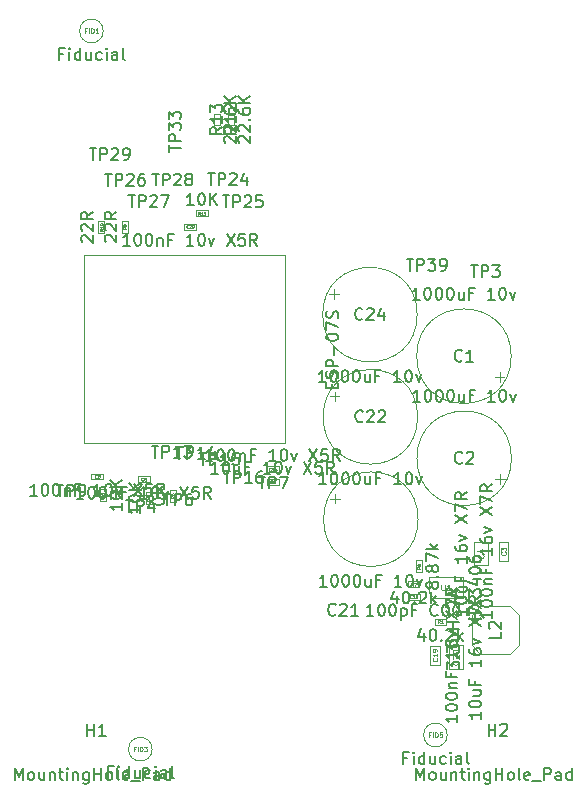
<source format=gbr>
G04 #@! TF.GenerationSoftware,KiCad,Pcbnew,(5.1.10)-1*
G04 #@! TF.CreationDate,2021-11-03T08:24:22+05:30*
G04 #@! TF.ProjectId,P-1000072_Cicada Wi-Fi,502d3130-3030-4303-9732-5f4369636164,0.1*
G04 #@! TF.SameCoordinates,PX7cee6c0PY3dfd240*
G04 #@! TF.FileFunction,Other,Fab,Top*
%FSLAX46Y46*%
G04 Gerber Fmt 4.6, Leading zero omitted, Abs format (unit mm)*
G04 Created by KiCad (PCBNEW (5.1.10)-1) date 2021-11-03 08:24:22*
%MOMM*%
%LPD*%
G01*
G04 APERTURE LIST*
%ADD10C,0.100000*%
%ADD11C,0.150000*%
%ADD12C,0.040000*%
%ADD13C,0.075000*%
%ADD14C,0.080000*%
%ADD15C,0.060000*%
G04 APERTURE END LIST*
D10*
X-720000Y-16710000D02*
X-720000Y-32710000D01*
X-720000Y-32710000D02*
X-17720000Y-32710000D01*
X-17720000Y-16710000D02*
X-720000Y-16710000D01*
X-17720000Y-32710000D02*
X-17720000Y-16710000D01*
X3503641Y-28309640D02*
X3503641Y-29109640D01*
X3103641Y-28709640D02*
X3903641Y-28709640D01*
X10530400Y-30457140D02*
G75*
G03*
X10530400Y-30457140I-4000000J0D01*
G01*
X3463001Y-19650780D02*
X3463001Y-20450780D01*
X3063001Y-20050780D02*
X3863001Y-20050780D01*
X10489760Y-21798280D02*
G75*
G03*
X10489760Y-21798280I-4000000J0D01*
G01*
X-16490760Y-13891500D02*
X-15990760Y-13891500D01*
X-15990760Y-13891500D02*
X-15990760Y-14891500D01*
X-15990760Y-14891500D02*
X-16490760Y-14891500D01*
X-16490760Y-14891500D02*
X-16490760Y-13891500D01*
X-14501940Y-13856220D02*
X-14001940Y-13856220D01*
X-14001940Y-13856220D02*
X-14001940Y-14856220D01*
X-14001940Y-14856220D02*
X-14501940Y-14856220D01*
X-14501940Y-14856220D02*
X-14501940Y-13856220D01*
X-10468420Y-36632120D02*
X-9968420Y-36632120D01*
X-9968420Y-36632120D02*
X-9968420Y-37632120D01*
X-9968420Y-37632120D02*
X-10468420Y-37632120D01*
X-10468420Y-37632120D02*
X-10468420Y-36632120D01*
X-8249400Y-12983400D02*
X-7249400Y-12983400D01*
X-8249400Y-13483400D02*
X-8249400Y-12983400D01*
X-7249400Y-13483400D02*
X-8249400Y-13483400D01*
X-7249400Y-12983400D02*
X-7249400Y-13483400D01*
X-15871380Y-36589220D02*
X-15871380Y-37589220D01*
X-16371380Y-36589220D02*
X-15871380Y-36589220D01*
X-16371380Y-37589220D02*
X-16371380Y-36589220D01*
X-15871380Y-37589220D02*
X-16371380Y-37589220D01*
X-12475020Y-37853380D02*
X-12475020Y-36853380D01*
X-11975020Y-37853380D02*
X-12475020Y-37853380D01*
X-11975020Y-36853380D02*
X-11975020Y-37853380D01*
X-12475020Y-36853380D02*
X-11975020Y-36853380D01*
X-8232660Y-14593380D02*
X-9232660Y-14593380D01*
X-8232660Y-14093380D02*
X-8232660Y-14593380D01*
X-9232660Y-14093380D02*
X-8232660Y-14093380D01*
X-9232660Y-14593380D02*
X-9232660Y-14093380D01*
X-2245120Y-35718940D02*
X-1245120Y-35718940D01*
X-2245120Y-36218940D02*
X-2245120Y-35718940D01*
X-1245120Y-36218940D02*
X-2245120Y-36218940D01*
X-1245120Y-35718940D02*
X-1245120Y-36218940D01*
X-2245120Y-34647060D02*
X-1245120Y-34647060D01*
X-2245120Y-35147060D02*
X-2245120Y-34647060D01*
X-1245120Y-35147060D02*
X-2245120Y-35147060D01*
X-1245120Y-34647060D02*
X-1245120Y-35147060D01*
X-16101300Y-35756660D02*
X-17101300Y-35756660D01*
X-16101300Y-35256660D02*
X-16101300Y-35756660D01*
X-17101300Y-35256660D02*
X-16101300Y-35256660D01*
X-17101300Y-35756660D02*
X-17101300Y-35256660D01*
X-12169380Y-35997960D02*
X-13169380Y-35997960D01*
X-12169380Y-35497960D02*
X-12169380Y-35997960D01*
X-13169380Y-35497960D02*
X-12169380Y-35497960D01*
X-13169380Y-35997960D02*
X-13169380Y-35497960D01*
X18452540Y-25318720D02*
G75*
G03*
X18452540Y-25318720I-4000000J0D01*
G01*
X17879299Y-27066220D02*
X17079299Y-27066220D01*
X17479299Y-27466220D02*
X17479299Y-26666220D01*
X17499619Y-36109840D02*
X17499619Y-35309840D01*
X17899619Y-35709840D02*
X17099619Y-35709840D01*
X18472860Y-33962340D02*
G75*
G03*
X18472860Y-33962340I-4000000J0D01*
G01*
X15101820Y-47251380D02*
X15101820Y-48501380D01*
X15851820Y-46501380D02*
X15101820Y-47251380D01*
X17101820Y-46501380D02*
X15851820Y-46501380D01*
X15101820Y-49751380D02*
X15101820Y-48501380D01*
X15851820Y-50501380D02*
X15101820Y-49751380D01*
X17101820Y-50501380D02*
X15851820Y-50501380D01*
X19101820Y-49751380D02*
X19101820Y-48501380D01*
X18351820Y-50501380D02*
X19101820Y-49751380D01*
X17101820Y-50501380D02*
X18351820Y-50501380D01*
X19101820Y-47251380D02*
X19101820Y-48501380D01*
X18351820Y-46501380D02*
X19101820Y-47251380D01*
X17101820Y-46501380D02*
X18351820Y-46501380D01*
X11476020Y-44046880D02*
X14376020Y-44046880D01*
X14376020Y-44046880D02*
X14376020Y-45806880D01*
X11926020Y-45806880D02*
X14376020Y-45806880D01*
X11476020Y-44046880D02*
X11476020Y-45356880D01*
X11926020Y-45806880D02*
X11476020Y-45356880D01*
X10905300Y-42613820D02*
X10905300Y-43613820D01*
X10405300Y-42613820D02*
X10905300Y-42613820D01*
X10405300Y-43613820D02*
X10405300Y-42613820D01*
X10905300Y-43613820D02*
X10405300Y-43613820D01*
X10682860Y-44875260D02*
X9682860Y-44875260D01*
X10682860Y-44375260D02*
X10682860Y-44875260D01*
X9682860Y-44375260D02*
X10682860Y-44375260D01*
X9682860Y-44875260D02*
X9682860Y-44375260D01*
X12966460Y-48042640D02*
X11966460Y-48042640D01*
X12966460Y-47542640D02*
X12966460Y-48042640D01*
X11966460Y-47542640D02*
X12966460Y-47542640D01*
X11966460Y-48042640D02*
X11966460Y-47542640D01*
X3539081Y-36968500D02*
X3539081Y-37768500D01*
X3139081Y-37368500D02*
X3939081Y-37368500D01*
X10565840Y-39116000D02*
G75*
G03*
X10565840Y-39116000I-4000000J0D01*
G01*
X14382040Y-49810400D02*
X14382040Y-51810400D01*
X13182040Y-49810400D02*
X14382040Y-49810400D01*
X13182040Y-51810400D02*
X13182040Y-49810400D01*
X14382040Y-51810400D02*
X13182040Y-51810400D01*
X12411660Y-49824640D02*
X12411660Y-51424640D01*
X11611660Y-49824640D02*
X12411660Y-49824640D01*
X11611660Y-51424640D02*
X11611660Y-49824640D01*
X12411660Y-51424640D02*
X11611660Y-51424640D01*
X10693160Y-45929360D02*
X9693160Y-45929360D01*
X10693160Y-45429360D02*
X10693160Y-45929360D01*
X9693160Y-45429360D02*
X10693160Y-45429360D01*
X9693160Y-45929360D02*
X9693160Y-45429360D01*
X15295320Y-43034700D02*
X15295320Y-41034700D01*
X16495320Y-43034700D02*
X15295320Y-43034700D01*
X16495320Y-41034700D02*
X16495320Y-43034700D01*
X15295320Y-41034700D02*
X16495320Y-41034700D01*
X17420640Y-42638880D02*
X17420640Y-41038880D01*
X18220640Y-42638880D02*
X17420640Y-42638880D01*
X18220640Y-41038880D02*
X18220640Y-42638880D01*
X17420640Y-41038880D02*
X18220640Y-41038880D01*
X13040000Y-57390000D02*
G75*
G03*
X13040000Y-57390000I-1000000J0D01*
G01*
X-11948920Y-58592720D02*
G75*
G03*
X-11948920Y-58592720I-1000000J0D01*
G01*
X-16090000Y2220000D02*
G75*
G03*
X-16090000Y2220000I-1000000J0D01*
G01*
X-6227000Y-5773040D02*
X-6727000Y-5773040D01*
X-6727000Y-5773040D02*
X-6727000Y-4773040D01*
X-6727000Y-4773040D02*
X-6227000Y-4773040D01*
X-6227000Y-4773040D02*
X-6227000Y-5773040D01*
X-5028120Y-5760480D02*
X-5528120Y-5760480D01*
X-5528120Y-5760480D02*
X-5528120Y-4760480D01*
X-5528120Y-4760480D02*
X-5028120Y-4760480D01*
X-5028120Y-4760480D02*
X-5028120Y-5760480D01*
D11*
X3279611Y-28039535D02*
X3279611Y-27706201D01*
X3803420Y-27563344D02*
X3803420Y-28039535D01*
X2803420Y-28039535D01*
X2803420Y-27563344D01*
X3755801Y-27182392D02*
X3803420Y-27039535D01*
X3803420Y-26801440D01*
X3755801Y-26706201D01*
X3708182Y-26658582D01*
X3612944Y-26610963D01*
X3517706Y-26610963D01*
X3422468Y-26658582D01*
X3374849Y-26706201D01*
X3327230Y-26801440D01*
X3279611Y-26991916D01*
X3231992Y-27087154D01*
X3184373Y-27134773D01*
X3089135Y-27182392D01*
X2993897Y-27182392D01*
X2898659Y-27134773D01*
X2851040Y-27087154D01*
X2803420Y-26991916D01*
X2803420Y-26753820D01*
X2851040Y-26610963D01*
X3803420Y-26182392D02*
X2803420Y-26182392D01*
X2803420Y-25801440D01*
X2851040Y-25706201D01*
X2898659Y-25658582D01*
X2993897Y-25610963D01*
X3136754Y-25610963D01*
X3231992Y-25658582D01*
X3279611Y-25706201D01*
X3327230Y-25801440D01*
X3327230Y-26182392D01*
X3422468Y-25182392D02*
X3422468Y-24420487D01*
X2803420Y-23753820D02*
X2803420Y-23658582D01*
X2851040Y-23563344D01*
X2898659Y-23515725D01*
X2993897Y-23468106D01*
X3184373Y-23420487D01*
X3422468Y-23420487D01*
X3612944Y-23468106D01*
X3708182Y-23515725D01*
X3755801Y-23563344D01*
X3803420Y-23658582D01*
X3803420Y-23753820D01*
X3755801Y-23849059D01*
X3708182Y-23896678D01*
X3612944Y-23944297D01*
X3422468Y-23991916D01*
X3184373Y-23991916D01*
X2993897Y-23944297D01*
X2898659Y-23896678D01*
X2851040Y-23849059D01*
X2803420Y-23753820D01*
X2803420Y-23087154D02*
X2803420Y-22420487D01*
X3803420Y-22849059D01*
X3755801Y-22087154D02*
X3803420Y-21944297D01*
X3803420Y-21706201D01*
X3755801Y-21610963D01*
X3708182Y-21563344D01*
X3612944Y-21515725D01*
X3517706Y-21515725D01*
X3422468Y-21563344D01*
X3374849Y-21610963D01*
X3327230Y-21706201D01*
X3279611Y-21896678D01*
X3231992Y-21991916D01*
X3184373Y-22039535D01*
X3089135Y-22087154D01*
X2993897Y-22087154D01*
X2898659Y-22039535D01*
X2851040Y-21991916D01*
X2803420Y-21896678D01*
X2803420Y-21658582D01*
X2851040Y-21515725D01*
X-14154945Y-37505120D02*
X-13583517Y-37505120D01*
X-13869231Y-38505120D02*
X-13869231Y-37505120D01*
X-13250183Y-38505120D02*
X-13250183Y-37505120D01*
X-12869231Y-37505120D01*
X-12773993Y-37552740D01*
X-12726374Y-37600359D01*
X-12678755Y-37695597D01*
X-12678755Y-37838454D01*
X-12726374Y-37933692D01*
X-12773993Y-37981311D01*
X-12869231Y-38028930D01*
X-13250183Y-38028930D01*
X-11821612Y-37838454D02*
X-11821612Y-38505120D01*
X-12059707Y-37457501D02*
X-12297802Y-38171787D01*
X-11678755Y-38171787D01*
X2792304Y-36159520D02*
X2220876Y-36159520D01*
X2506590Y-36159520D02*
X2506590Y-35159520D01*
X2411352Y-35302378D01*
X2316114Y-35397616D01*
X2220876Y-35445235D01*
X3411352Y-35159520D02*
X3506590Y-35159520D01*
X3601828Y-35207140D01*
X3649447Y-35254759D01*
X3697066Y-35349997D01*
X3744685Y-35540473D01*
X3744685Y-35778568D01*
X3697066Y-35969044D01*
X3649447Y-36064282D01*
X3601828Y-36111901D01*
X3506590Y-36159520D01*
X3411352Y-36159520D01*
X3316114Y-36111901D01*
X3268495Y-36064282D01*
X3220876Y-35969044D01*
X3173257Y-35778568D01*
X3173257Y-35540473D01*
X3220876Y-35349997D01*
X3268495Y-35254759D01*
X3316114Y-35207140D01*
X3411352Y-35159520D01*
X4363733Y-35159520D02*
X4458971Y-35159520D01*
X4554209Y-35207140D01*
X4601828Y-35254759D01*
X4649447Y-35349997D01*
X4697066Y-35540473D01*
X4697066Y-35778568D01*
X4649447Y-35969044D01*
X4601828Y-36064282D01*
X4554209Y-36111901D01*
X4458971Y-36159520D01*
X4363733Y-36159520D01*
X4268495Y-36111901D01*
X4220876Y-36064282D01*
X4173257Y-35969044D01*
X4125638Y-35778568D01*
X4125638Y-35540473D01*
X4173257Y-35349997D01*
X4220876Y-35254759D01*
X4268495Y-35207140D01*
X4363733Y-35159520D01*
X5316114Y-35159520D02*
X5411352Y-35159520D01*
X5506590Y-35207140D01*
X5554209Y-35254759D01*
X5601828Y-35349997D01*
X5649447Y-35540473D01*
X5649447Y-35778568D01*
X5601828Y-35969044D01*
X5554209Y-36064282D01*
X5506590Y-36111901D01*
X5411352Y-36159520D01*
X5316114Y-36159520D01*
X5220876Y-36111901D01*
X5173257Y-36064282D01*
X5125638Y-35969044D01*
X5078019Y-35778568D01*
X5078019Y-35540473D01*
X5125638Y-35349997D01*
X5173257Y-35254759D01*
X5220876Y-35207140D01*
X5316114Y-35159520D01*
X6506590Y-35492854D02*
X6506590Y-36159520D01*
X6078019Y-35492854D02*
X6078019Y-36016663D01*
X6125638Y-36111901D01*
X6220876Y-36159520D01*
X6363733Y-36159520D01*
X6458971Y-36111901D01*
X6506590Y-36064282D01*
X7316114Y-35635711D02*
X6982780Y-35635711D01*
X6982780Y-36159520D02*
X6982780Y-35159520D01*
X7458971Y-35159520D01*
X9125638Y-36159520D02*
X8554209Y-36159520D01*
X8839923Y-36159520D02*
X8839923Y-35159520D01*
X8744685Y-35302378D01*
X8649447Y-35397616D01*
X8554209Y-35445235D01*
X9744685Y-35159520D02*
X9839923Y-35159520D01*
X9935161Y-35207140D01*
X9982780Y-35254759D01*
X10030400Y-35349997D01*
X10078019Y-35540473D01*
X10078019Y-35778568D01*
X10030400Y-35969044D01*
X9982780Y-36064282D01*
X9935161Y-36111901D01*
X9839923Y-36159520D01*
X9744685Y-36159520D01*
X9649447Y-36111901D01*
X9601828Y-36064282D01*
X9554209Y-35969044D01*
X9506590Y-35778568D01*
X9506590Y-35540473D01*
X9554209Y-35349997D01*
X9601828Y-35254759D01*
X9649447Y-35207140D01*
X9744685Y-35159520D01*
X10411352Y-35492854D02*
X10649447Y-36159520D01*
X10887542Y-35492854D01*
X5887542Y-30814282D02*
X5839923Y-30861901D01*
X5697066Y-30909520D01*
X5601828Y-30909520D01*
X5458971Y-30861901D01*
X5363733Y-30766663D01*
X5316114Y-30671425D01*
X5268495Y-30480949D01*
X5268495Y-30338092D01*
X5316114Y-30147616D01*
X5363733Y-30052378D01*
X5458971Y-29957140D01*
X5601828Y-29909520D01*
X5697066Y-29909520D01*
X5839923Y-29957140D01*
X5887542Y-30004759D01*
X6268495Y-30004759D02*
X6316114Y-29957140D01*
X6411352Y-29909520D01*
X6649447Y-29909520D01*
X6744685Y-29957140D01*
X6792304Y-30004759D01*
X6839923Y-30099997D01*
X6839923Y-30195235D01*
X6792304Y-30338092D01*
X6220876Y-30909520D01*
X6839923Y-30909520D01*
X7220876Y-30004759D02*
X7268495Y-29957140D01*
X7363733Y-29909520D01*
X7601828Y-29909520D01*
X7697066Y-29957140D01*
X7744685Y-30004759D01*
X7792304Y-30099997D01*
X7792304Y-30195235D01*
X7744685Y-30338092D01*
X7173257Y-30909520D01*
X7792304Y-30909520D01*
X2751664Y-27500660D02*
X2180236Y-27500660D01*
X2465950Y-27500660D02*
X2465950Y-26500660D01*
X2370712Y-26643518D01*
X2275474Y-26738756D01*
X2180236Y-26786375D01*
X3370712Y-26500660D02*
X3465950Y-26500660D01*
X3561188Y-26548280D01*
X3608807Y-26595899D01*
X3656426Y-26691137D01*
X3704045Y-26881613D01*
X3704045Y-27119708D01*
X3656426Y-27310184D01*
X3608807Y-27405422D01*
X3561188Y-27453041D01*
X3465950Y-27500660D01*
X3370712Y-27500660D01*
X3275474Y-27453041D01*
X3227855Y-27405422D01*
X3180236Y-27310184D01*
X3132617Y-27119708D01*
X3132617Y-26881613D01*
X3180236Y-26691137D01*
X3227855Y-26595899D01*
X3275474Y-26548280D01*
X3370712Y-26500660D01*
X4323093Y-26500660D02*
X4418331Y-26500660D01*
X4513569Y-26548280D01*
X4561188Y-26595899D01*
X4608807Y-26691137D01*
X4656426Y-26881613D01*
X4656426Y-27119708D01*
X4608807Y-27310184D01*
X4561188Y-27405422D01*
X4513569Y-27453041D01*
X4418331Y-27500660D01*
X4323093Y-27500660D01*
X4227855Y-27453041D01*
X4180236Y-27405422D01*
X4132617Y-27310184D01*
X4084998Y-27119708D01*
X4084998Y-26881613D01*
X4132617Y-26691137D01*
X4180236Y-26595899D01*
X4227855Y-26548280D01*
X4323093Y-26500660D01*
X5275474Y-26500660D02*
X5370712Y-26500660D01*
X5465950Y-26548280D01*
X5513569Y-26595899D01*
X5561188Y-26691137D01*
X5608807Y-26881613D01*
X5608807Y-27119708D01*
X5561188Y-27310184D01*
X5513569Y-27405422D01*
X5465950Y-27453041D01*
X5370712Y-27500660D01*
X5275474Y-27500660D01*
X5180236Y-27453041D01*
X5132617Y-27405422D01*
X5084998Y-27310184D01*
X5037379Y-27119708D01*
X5037379Y-26881613D01*
X5084998Y-26691137D01*
X5132617Y-26595899D01*
X5180236Y-26548280D01*
X5275474Y-26500660D01*
X6465950Y-26833994D02*
X6465950Y-27500660D01*
X6037379Y-26833994D02*
X6037379Y-27357803D01*
X6084998Y-27453041D01*
X6180236Y-27500660D01*
X6323093Y-27500660D01*
X6418331Y-27453041D01*
X6465950Y-27405422D01*
X7275474Y-26976851D02*
X6942140Y-26976851D01*
X6942140Y-27500660D02*
X6942140Y-26500660D01*
X7418331Y-26500660D01*
X9084998Y-27500660D02*
X8513569Y-27500660D01*
X8799283Y-27500660D02*
X8799283Y-26500660D01*
X8704045Y-26643518D01*
X8608807Y-26738756D01*
X8513569Y-26786375D01*
X9704045Y-26500660D02*
X9799283Y-26500660D01*
X9894521Y-26548280D01*
X9942140Y-26595899D01*
X9989760Y-26691137D01*
X10037379Y-26881613D01*
X10037379Y-27119708D01*
X9989760Y-27310184D01*
X9942140Y-27405422D01*
X9894521Y-27453041D01*
X9799283Y-27500660D01*
X9704045Y-27500660D01*
X9608807Y-27453041D01*
X9561188Y-27405422D01*
X9513569Y-27310184D01*
X9465950Y-27119708D01*
X9465950Y-26881613D01*
X9513569Y-26691137D01*
X9561188Y-26595899D01*
X9608807Y-26548280D01*
X9704045Y-26500660D01*
X10370712Y-26833994D02*
X10608807Y-27500660D01*
X10846902Y-26833994D01*
X5846902Y-22155422D02*
X5799283Y-22203041D01*
X5656426Y-22250660D01*
X5561188Y-22250660D01*
X5418331Y-22203041D01*
X5323093Y-22107803D01*
X5275474Y-22012565D01*
X5227855Y-21822089D01*
X5227855Y-21679232D01*
X5275474Y-21488756D01*
X5323093Y-21393518D01*
X5418331Y-21298280D01*
X5561188Y-21250660D01*
X5656426Y-21250660D01*
X5799283Y-21298280D01*
X5846902Y-21345899D01*
X6227855Y-21345899D02*
X6275474Y-21298280D01*
X6370712Y-21250660D01*
X6608807Y-21250660D01*
X6704045Y-21298280D01*
X6751664Y-21345899D01*
X6799283Y-21441137D01*
X6799283Y-21536375D01*
X6751664Y-21679232D01*
X6180236Y-22250660D01*
X6799283Y-22250660D01*
X7656426Y-21583994D02*
X7656426Y-22250660D01*
X7418331Y-21203041D02*
X7180236Y-21917327D01*
X7799283Y-21917327D01*
X-17863141Y-15653404D02*
X-17910760Y-15605785D01*
X-17958380Y-15510547D01*
X-17958380Y-15272452D01*
X-17910760Y-15177214D01*
X-17863141Y-15129595D01*
X-17767903Y-15081976D01*
X-17672665Y-15081976D01*
X-17529808Y-15129595D01*
X-16958380Y-15701023D01*
X-16958380Y-15081976D01*
X-17863141Y-14701023D02*
X-17910760Y-14653404D01*
X-17958380Y-14558166D01*
X-17958380Y-14320071D01*
X-17910760Y-14224833D01*
X-17863141Y-14177214D01*
X-17767903Y-14129595D01*
X-17672665Y-14129595D01*
X-17529808Y-14177214D01*
X-16958380Y-14748642D01*
X-16958380Y-14129595D01*
X-16958380Y-13129595D02*
X-17434570Y-13462928D01*
X-16958380Y-13701023D02*
X-17958380Y-13701023D01*
X-17958380Y-13320071D01*
X-17910760Y-13224833D01*
X-17863141Y-13177214D01*
X-17767903Y-13129595D01*
X-17625046Y-13129595D01*
X-17529808Y-13177214D01*
X-17482189Y-13224833D01*
X-17434570Y-13320071D01*
X-17434570Y-13701023D01*
D12*
X-16127665Y-14552214D02*
X-16246713Y-14635547D01*
X-16127665Y-14695071D02*
X-16377665Y-14695071D01*
X-16377665Y-14599833D01*
X-16365760Y-14576023D01*
X-16353856Y-14564119D01*
X-16330046Y-14552214D01*
X-16294332Y-14552214D01*
X-16270522Y-14564119D01*
X-16258618Y-14576023D01*
X-16246713Y-14599833D01*
X-16246713Y-14695071D01*
X-16127665Y-14314119D02*
X-16127665Y-14456976D01*
X-16127665Y-14385547D02*
X-16377665Y-14385547D01*
X-16341951Y-14409357D01*
X-16318141Y-14433166D01*
X-16306237Y-14456976D01*
X-16377665Y-14159357D02*
X-16377665Y-14135547D01*
X-16365760Y-14111738D01*
X-16353856Y-14099833D01*
X-16330046Y-14087928D01*
X-16282427Y-14076023D01*
X-16222903Y-14076023D01*
X-16175284Y-14087928D01*
X-16151475Y-14099833D01*
X-16139570Y-14111738D01*
X-16127665Y-14135547D01*
X-16127665Y-14159357D01*
X-16139570Y-14183166D01*
X-16151475Y-14195071D01*
X-16175284Y-14206976D01*
X-16222903Y-14218880D01*
X-16282427Y-14218880D01*
X-16330046Y-14206976D01*
X-16353856Y-14195071D01*
X-16365760Y-14183166D01*
X-16377665Y-14159357D01*
D11*
X-15874321Y-15618124D02*
X-15921940Y-15570505D01*
X-15969560Y-15475267D01*
X-15969560Y-15237172D01*
X-15921940Y-15141934D01*
X-15874321Y-15094315D01*
X-15779083Y-15046696D01*
X-15683845Y-15046696D01*
X-15540988Y-15094315D01*
X-14969560Y-15665743D01*
X-14969560Y-15046696D01*
X-15874321Y-14665743D02*
X-15921940Y-14618124D01*
X-15969560Y-14522886D01*
X-15969560Y-14284791D01*
X-15921940Y-14189553D01*
X-15874321Y-14141934D01*
X-15779083Y-14094315D01*
X-15683845Y-14094315D01*
X-15540988Y-14141934D01*
X-14969560Y-14713362D01*
X-14969560Y-14094315D01*
X-14969560Y-13094315D02*
X-15445750Y-13427648D01*
X-14969560Y-13665743D02*
X-15969560Y-13665743D01*
X-15969560Y-13284791D01*
X-15921940Y-13189553D01*
X-15874321Y-13141934D01*
X-15779083Y-13094315D01*
X-15636226Y-13094315D01*
X-15540988Y-13141934D01*
X-15493369Y-13189553D01*
X-15445750Y-13284791D01*
X-15445750Y-13665743D01*
D12*
X-14138845Y-14397886D02*
X-14257893Y-14481220D01*
X-14138845Y-14540743D02*
X-14388845Y-14540743D01*
X-14388845Y-14445505D01*
X-14376940Y-14421696D01*
X-14365036Y-14409791D01*
X-14341226Y-14397886D01*
X-14305512Y-14397886D01*
X-14281702Y-14409791D01*
X-14269798Y-14421696D01*
X-14257893Y-14445505D01*
X-14257893Y-14540743D01*
X-14138845Y-14278839D02*
X-14138845Y-14231220D01*
X-14150750Y-14207410D01*
X-14162655Y-14195505D01*
X-14198369Y-14171696D01*
X-14245988Y-14159791D01*
X-14341226Y-14159791D01*
X-14365036Y-14171696D01*
X-14376940Y-14183600D01*
X-14388845Y-14207410D01*
X-14388845Y-14255029D01*
X-14376940Y-14278839D01*
X-14365036Y-14290743D01*
X-14341226Y-14302648D01*
X-14281702Y-14302648D01*
X-14257893Y-14290743D01*
X-14245988Y-14278839D01*
X-14234083Y-14255029D01*
X-14234083Y-14207410D01*
X-14245988Y-14183600D01*
X-14257893Y-14171696D01*
X-14281702Y-14159791D01*
D11*
X-11936040Y-37679739D02*
X-11936040Y-37584500D01*
X-11888420Y-37489262D01*
X-11840801Y-37441643D01*
X-11745563Y-37394024D01*
X-11555087Y-37346405D01*
X-11316992Y-37346405D01*
X-11126516Y-37394024D01*
X-11031278Y-37441643D01*
X-10983659Y-37489262D01*
X-10936040Y-37584500D01*
X-10936040Y-37679739D01*
X-10983659Y-37774977D01*
X-11031278Y-37822596D01*
X-11126516Y-37870215D01*
X-11316992Y-37917834D01*
X-11555087Y-37917834D01*
X-11745563Y-37870215D01*
X-11840801Y-37822596D01*
X-11888420Y-37774977D01*
X-11936040Y-37679739D01*
X-10936040Y-36346405D02*
X-11412230Y-36679739D01*
X-10936040Y-36917834D02*
X-11936040Y-36917834D01*
X-11936040Y-36536881D01*
X-11888420Y-36441643D01*
X-11840801Y-36394024D01*
X-11745563Y-36346405D01*
X-11602706Y-36346405D01*
X-11507468Y-36394024D01*
X-11459849Y-36441643D01*
X-11412230Y-36536881D01*
X-11412230Y-36917834D01*
D12*
X-10105325Y-37173786D02*
X-10224373Y-37257120D01*
X-10105325Y-37316643D02*
X-10355325Y-37316643D01*
X-10355325Y-37221405D01*
X-10343420Y-37197596D01*
X-10331516Y-37185691D01*
X-10307706Y-37173786D01*
X-10271992Y-37173786D01*
X-10248182Y-37185691D01*
X-10236278Y-37197596D01*
X-10224373Y-37221405D01*
X-10224373Y-37316643D01*
X-10355325Y-36959500D02*
X-10355325Y-37007120D01*
X-10343420Y-37030929D01*
X-10331516Y-37042834D01*
X-10295801Y-37066643D01*
X-10248182Y-37078548D01*
X-10152944Y-37078548D01*
X-10129135Y-37066643D01*
X-10117230Y-37054739D01*
X-10105325Y-37030929D01*
X-10105325Y-36983310D01*
X-10117230Y-36959500D01*
X-10129135Y-36947596D01*
X-10152944Y-36935691D01*
X-10212468Y-36935691D01*
X-10236278Y-36947596D01*
X-10248182Y-36959500D01*
X-10260087Y-36983310D01*
X-10260087Y-37030929D01*
X-10248182Y-37054739D01*
X-10236278Y-37066643D01*
X-10212468Y-37078548D01*
D11*
X-8439877Y-12515780D02*
X-9011305Y-12515780D01*
X-8725591Y-12515780D02*
X-8725591Y-11515780D01*
X-8820829Y-11658638D01*
X-8916067Y-11753876D01*
X-9011305Y-11801495D01*
X-7820829Y-11515780D02*
X-7725591Y-11515780D01*
X-7630353Y-11563400D01*
X-7582734Y-11611019D01*
X-7535115Y-11706257D01*
X-7487496Y-11896733D01*
X-7487496Y-12134828D01*
X-7535115Y-12325304D01*
X-7582734Y-12420542D01*
X-7630353Y-12468161D01*
X-7725591Y-12515780D01*
X-7820829Y-12515780D01*
X-7916067Y-12468161D01*
X-7963686Y-12420542D01*
X-8011305Y-12325304D01*
X-8058924Y-12134828D01*
X-8058924Y-11896733D01*
X-8011305Y-11706257D01*
X-7963686Y-11611019D01*
X-7916067Y-11563400D01*
X-7820829Y-11515780D01*
X-7058924Y-12515780D02*
X-7058924Y-11515780D01*
X-6487496Y-12515780D02*
X-6916067Y-11944352D01*
X-6487496Y-11515780D02*
X-7058924Y-12087209D01*
D12*
X-7910115Y-13346495D02*
X-7993448Y-13227447D01*
X-8052972Y-13346495D02*
X-8052972Y-13096495D01*
X-7957734Y-13096495D01*
X-7933924Y-13108400D01*
X-7922020Y-13120304D01*
X-7910115Y-13144114D01*
X-7910115Y-13179828D01*
X-7922020Y-13203638D01*
X-7933924Y-13215542D01*
X-7957734Y-13227447D01*
X-8052972Y-13227447D01*
X-7672020Y-13346495D02*
X-7814877Y-13346495D01*
X-7743448Y-13346495D02*
X-7743448Y-13096495D01*
X-7767258Y-13132209D01*
X-7791067Y-13156019D01*
X-7814877Y-13167923D01*
X-7433924Y-13346495D02*
X-7576781Y-13346495D01*
X-7505353Y-13346495D02*
X-7505353Y-13096495D01*
X-7529162Y-13132209D01*
X-7552972Y-13156019D01*
X-7576781Y-13167923D01*
D11*
X-14499000Y-37779696D02*
X-14499000Y-38351124D01*
X-14499000Y-38065410D02*
X-15499000Y-38065410D01*
X-15356142Y-38160648D01*
X-15260904Y-38255886D01*
X-15213285Y-38351124D01*
X-15499000Y-37160648D02*
X-15499000Y-37065410D01*
X-15451380Y-36970172D01*
X-15403761Y-36922553D01*
X-15308523Y-36874934D01*
X-15118047Y-36827315D01*
X-14879952Y-36827315D01*
X-14689476Y-36874934D01*
X-14594238Y-36922553D01*
X-14546619Y-36970172D01*
X-14499000Y-37065410D01*
X-14499000Y-37160648D01*
X-14546619Y-37255886D01*
X-14594238Y-37303505D01*
X-14689476Y-37351124D01*
X-14879952Y-37398743D01*
X-15118047Y-37398743D01*
X-15308523Y-37351124D01*
X-15403761Y-37303505D01*
X-15451380Y-37255886D01*
X-15499000Y-37160648D01*
X-14499000Y-36398743D02*
X-15499000Y-36398743D01*
X-14499000Y-35827315D02*
X-15070428Y-36255886D01*
X-15499000Y-35827315D02*
X-14927571Y-36398743D01*
D12*
X-16008285Y-37130886D02*
X-16127333Y-37214220D01*
X-16008285Y-37273743D02*
X-16258285Y-37273743D01*
X-16258285Y-37178505D01*
X-16246380Y-37154696D01*
X-16234476Y-37142791D01*
X-16210666Y-37130886D01*
X-16174952Y-37130886D01*
X-16151142Y-37142791D01*
X-16139238Y-37154696D01*
X-16127333Y-37178505D01*
X-16127333Y-37273743D01*
X-16258285Y-36904696D02*
X-16258285Y-37023743D01*
X-16139238Y-37035648D01*
X-16151142Y-37023743D01*
X-16163047Y-36999934D01*
X-16163047Y-36940410D01*
X-16151142Y-36916600D01*
X-16139238Y-36904696D01*
X-16115428Y-36892791D01*
X-16055904Y-36892791D01*
X-16032095Y-36904696D01*
X-16020190Y-36916600D01*
X-16008285Y-36940410D01*
X-16008285Y-36999934D01*
X-16020190Y-37023743D01*
X-16032095Y-37035648D01*
D11*
X-12942640Y-38043856D02*
X-12942640Y-38615284D01*
X-12942640Y-38329570D02*
X-13942640Y-38329570D01*
X-13799782Y-38424808D01*
X-13704544Y-38520046D01*
X-13656925Y-38615284D01*
X-13942640Y-37424808D02*
X-13942640Y-37329570D01*
X-13895020Y-37234332D01*
X-13847401Y-37186713D01*
X-13752163Y-37139094D01*
X-13561687Y-37091475D01*
X-13323592Y-37091475D01*
X-13133116Y-37139094D01*
X-13037878Y-37186713D01*
X-12990259Y-37234332D01*
X-12942640Y-37329570D01*
X-12942640Y-37424808D01*
X-12990259Y-37520046D01*
X-13037878Y-37567665D01*
X-13133116Y-37615284D01*
X-13323592Y-37662903D01*
X-13561687Y-37662903D01*
X-13752163Y-37615284D01*
X-13847401Y-37567665D01*
X-13895020Y-37520046D01*
X-13942640Y-37424808D01*
X-12942640Y-36662903D02*
X-13942640Y-36662903D01*
X-12942640Y-36091475D02*
X-13514068Y-36520046D01*
X-13942640Y-36091475D02*
X-13371211Y-36662903D01*
D12*
X-12111925Y-37395046D02*
X-12230973Y-37478380D01*
X-12111925Y-37537903D02*
X-12361925Y-37537903D01*
X-12361925Y-37442665D01*
X-12350020Y-37418856D01*
X-12338116Y-37406951D01*
X-12314306Y-37395046D01*
X-12278592Y-37395046D01*
X-12254782Y-37406951D01*
X-12242878Y-37418856D01*
X-12230973Y-37442665D01*
X-12230973Y-37537903D01*
X-12278592Y-37180760D02*
X-12111925Y-37180760D01*
X-12373830Y-37240284D02*
X-12195259Y-37299808D01*
X-12195259Y-37145046D01*
D11*
X-13827899Y-15965760D02*
X-14399327Y-15965760D01*
X-14113613Y-15965760D02*
X-14113613Y-14965760D01*
X-14208851Y-15108618D01*
X-14304089Y-15203856D01*
X-14399327Y-15251475D01*
X-13208851Y-14965760D02*
X-13113613Y-14965760D01*
X-13018375Y-15013380D01*
X-12970756Y-15060999D01*
X-12923137Y-15156237D01*
X-12875518Y-15346713D01*
X-12875518Y-15584808D01*
X-12923137Y-15775284D01*
X-12970756Y-15870522D01*
X-13018375Y-15918141D01*
X-13113613Y-15965760D01*
X-13208851Y-15965760D01*
X-13304089Y-15918141D01*
X-13351708Y-15870522D01*
X-13399327Y-15775284D01*
X-13446946Y-15584808D01*
X-13446946Y-15346713D01*
X-13399327Y-15156237D01*
X-13351708Y-15060999D01*
X-13304089Y-15013380D01*
X-13208851Y-14965760D01*
X-12256470Y-14965760D02*
X-12161232Y-14965760D01*
X-12065994Y-15013380D01*
X-12018375Y-15060999D01*
X-11970756Y-15156237D01*
X-11923137Y-15346713D01*
X-11923137Y-15584808D01*
X-11970756Y-15775284D01*
X-12018375Y-15870522D01*
X-12065994Y-15918141D01*
X-12161232Y-15965760D01*
X-12256470Y-15965760D01*
X-12351708Y-15918141D01*
X-12399327Y-15870522D01*
X-12446946Y-15775284D01*
X-12494565Y-15584808D01*
X-12494565Y-15346713D01*
X-12446946Y-15156237D01*
X-12399327Y-15060999D01*
X-12351708Y-15013380D01*
X-12256470Y-14965760D01*
X-11494565Y-15299094D02*
X-11494565Y-15965760D01*
X-11494565Y-15394332D02*
X-11446946Y-15346713D01*
X-11351708Y-15299094D01*
X-11208851Y-15299094D01*
X-11113613Y-15346713D01*
X-11065994Y-15441951D01*
X-11065994Y-15965760D01*
X-10256470Y-15441951D02*
X-10589803Y-15441951D01*
X-10589803Y-15965760D02*
X-10589803Y-14965760D01*
X-10113613Y-14965760D01*
X-8446946Y-15965760D02*
X-9018375Y-15965760D01*
X-8732660Y-15965760D02*
X-8732660Y-14965760D01*
X-8827899Y-15108618D01*
X-8923137Y-15203856D01*
X-9018375Y-15251475D01*
X-7827899Y-14965760D02*
X-7732660Y-14965760D01*
X-7637422Y-15013380D01*
X-7589803Y-15060999D01*
X-7542184Y-15156237D01*
X-7494565Y-15346713D01*
X-7494565Y-15584808D01*
X-7542184Y-15775284D01*
X-7589803Y-15870522D01*
X-7637422Y-15918141D01*
X-7732660Y-15965760D01*
X-7827899Y-15965760D01*
X-7923137Y-15918141D01*
X-7970756Y-15870522D01*
X-8018375Y-15775284D01*
X-8065994Y-15584808D01*
X-8065994Y-15346713D01*
X-8018375Y-15156237D01*
X-7970756Y-15060999D01*
X-7923137Y-15013380D01*
X-7827899Y-14965760D01*
X-7161232Y-15299094D02*
X-6923137Y-15965760D01*
X-6685041Y-15299094D01*
X-5637422Y-14965760D02*
X-4970756Y-15965760D01*
X-4970756Y-14965760D02*
X-5637422Y-15965760D01*
X-4113613Y-14965760D02*
X-4589803Y-14965760D01*
X-4637422Y-15441951D01*
X-4589803Y-15394332D01*
X-4494565Y-15346713D01*
X-4256470Y-15346713D01*
X-4161232Y-15394332D01*
X-4113613Y-15441951D01*
X-4065994Y-15537189D01*
X-4065994Y-15775284D01*
X-4113613Y-15870522D01*
X-4161232Y-15918141D01*
X-4256470Y-15965760D01*
X-4494565Y-15965760D01*
X-4589803Y-15918141D01*
X-4637422Y-15870522D01*
X-3065994Y-15965760D02*
X-3399327Y-15489570D01*
X-3637422Y-15965760D02*
X-3637422Y-14965760D01*
X-3256470Y-14965760D01*
X-3161232Y-15013380D01*
X-3113613Y-15060999D01*
X-3065994Y-15156237D01*
X-3065994Y-15299094D01*
X-3113613Y-15394332D01*
X-3161232Y-15441951D01*
X-3256470Y-15489570D01*
X-3637422Y-15489570D01*
D12*
X-8893375Y-14432665D02*
X-8905280Y-14444570D01*
X-8940994Y-14456475D01*
X-8964803Y-14456475D01*
X-9000518Y-14444570D01*
X-9024327Y-14420760D01*
X-9036232Y-14396951D01*
X-9048137Y-14349332D01*
X-9048137Y-14313618D01*
X-9036232Y-14265999D01*
X-9024327Y-14242189D01*
X-9000518Y-14218380D01*
X-8964803Y-14206475D01*
X-8940994Y-14206475D01*
X-8905280Y-14218380D01*
X-8893375Y-14230284D01*
X-8798137Y-14230284D02*
X-8786232Y-14218380D01*
X-8762422Y-14206475D01*
X-8702899Y-14206475D01*
X-8679089Y-14218380D01*
X-8667184Y-14230284D01*
X-8655280Y-14254094D01*
X-8655280Y-14277903D01*
X-8667184Y-14313618D01*
X-8810041Y-14456475D01*
X-8655280Y-14456475D01*
X-8536232Y-14456475D02*
X-8488613Y-14456475D01*
X-8464803Y-14444570D01*
X-8452899Y-14432665D01*
X-8429089Y-14396951D01*
X-8417184Y-14349332D01*
X-8417184Y-14254094D01*
X-8429089Y-14230284D01*
X-8440994Y-14218380D01*
X-8464803Y-14206475D01*
X-8512422Y-14206475D01*
X-8536232Y-14218380D01*
X-8548137Y-14230284D01*
X-8560041Y-14254094D01*
X-8560041Y-14313618D01*
X-8548137Y-14337427D01*
X-8536232Y-14349332D01*
X-8512422Y-14361237D01*
X-8464803Y-14361237D01*
X-8440994Y-14349332D01*
X-8429089Y-14337427D01*
X-8417184Y-14313618D01*
D11*
X-6364168Y-35251320D02*
X-6935597Y-35251320D01*
X-6649882Y-35251320D02*
X-6649882Y-34251320D01*
X-6745120Y-34394178D01*
X-6840359Y-34489416D01*
X-6935597Y-34537035D01*
X-5745120Y-34251320D02*
X-5649882Y-34251320D01*
X-5554644Y-34298940D01*
X-5507025Y-34346559D01*
X-5459406Y-34441797D01*
X-5411787Y-34632273D01*
X-5411787Y-34870368D01*
X-5459406Y-35060844D01*
X-5507025Y-35156082D01*
X-5554644Y-35203701D01*
X-5649882Y-35251320D01*
X-5745120Y-35251320D01*
X-5840359Y-35203701D01*
X-5887978Y-35156082D01*
X-5935597Y-35060844D01*
X-5983216Y-34870368D01*
X-5983216Y-34632273D01*
X-5935597Y-34441797D01*
X-5887978Y-34346559D01*
X-5840359Y-34298940D01*
X-5745120Y-34251320D01*
X-4554644Y-34584654D02*
X-4554644Y-35251320D01*
X-4983216Y-34584654D02*
X-4983216Y-35108463D01*
X-4935597Y-35203701D01*
X-4840359Y-35251320D01*
X-4697501Y-35251320D01*
X-4602263Y-35203701D01*
X-4554644Y-35156082D01*
X-3745120Y-34727511D02*
X-4078454Y-34727511D01*
X-4078454Y-35251320D02*
X-4078454Y-34251320D01*
X-3602263Y-34251320D01*
X-1935597Y-35251320D02*
X-2507025Y-35251320D01*
X-2221311Y-35251320D02*
X-2221311Y-34251320D01*
X-2316549Y-34394178D01*
X-2411787Y-34489416D01*
X-2507025Y-34537035D01*
X-1316549Y-34251320D02*
X-1221311Y-34251320D01*
X-1126073Y-34298940D01*
X-1078454Y-34346559D01*
X-1030835Y-34441797D01*
X-983216Y-34632273D01*
X-983216Y-34870368D01*
X-1030835Y-35060844D01*
X-1078454Y-35156082D01*
X-1126073Y-35203701D01*
X-1221311Y-35251320D01*
X-1316549Y-35251320D01*
X-1411787Y-35203701D01*
X-1459406Y-35156082D01*
X-1507025Y-35060844D01*
X-1554644Y-34870368D01*
X-1554644Y-34632273D01*
X-1507025Y-34441797D01*
X-1459406Y-34346559D01*
X-1411787Y-34298940D01*
X-1316549Y-34251320D01*
X-649882Y-34584654D02*
X-411787Y-35251320D01*
X-173692Y-34584654D01*
X873927Y-34251320D02*
X1540594Y-35251320D01*
X1540594Y-34251320D02*
X873927Y-35251320D01*
X2397737Y-34251320D02*
X1921546Y-34251320D01*
X1873927Y-34727511D01*
X1921546Y-34679892D01*
X2016784Y-34632273D01*
X2254880Y-34632273D01*
X2350118Y-34679892D01*
X2397737Y-34727511D01*
X2445356Y-34822749D01*
X2445356Y-35060844D01*
X2397737Y-35156082D01*
X2350118Y-35203701D01*
X2254880Y-35251320D01*
X2016784Y-35251320D01*
X1921546Y-35203701D01*
X1873927Y-35156082D01*
X3445356Y-35251320D02*
X3112022Y-34775130D01*
X2873927Y-35251320D02*
X2873927Y-34251320D01*
X3254880Y-34251320D01*
X3350118Y-34298940D01*
X3397737Y-34346559D01*
X3445356Y-34441797D01*
X3445356Y-34584654D01*
X3397737Y-34679892D01*
X3350118Y-34727511D01*
X3254880Y-34775130D01*
X2873927Y-34775130D01*
D12*
X-1786787Y-36058225D02*
X-1798692Y-36070130D01*
X-1834406Y-36082035D01*
X-1858216Y-36082035D01*
X-1893930Y-36070130D01*
X-1917740Y-36046320D01*
X-1929644Y-36022511D01*
X-1941549Y-35974892D01*
X-1941549Y-35939178D01*
X-1929644Y-35891559D01*
X-1917740Y-35867749D01*
X-1893930Y-35843940D01*
X-1858216Y-35832035D01*
X-1834406Y-35832035D01*
X-1798692Y-35843940D01*
X-1786787Y-35855844D01*
X-1667740Y-36082035D02*
X-1620120Y-36082035D01*
X-1596311Y-36070130D01*
X-1584406Y-36058225D01*
X-1560597Y-36022511D01*
X-1548692Y-35974892D01*
X-1548692Y-35879654D01*
X-1560597Y-35855844D01*
X-1572501Y-35843940D01*
X-1596311Y-35832035D01*
X-1643930Y-35832035D01*
X-1667740Y-35843940D01*
X-1679644Y-35855844D01*
X-1691549Y-35879654D01*
X-1691549Y-35939178D01*
X-1679644Y-35962987D01*
X-1667740Y-35974892D01*
X-1643930Y-35986797D01*
X-1596311Y-35986797D01*
X-1572501Y-35974892D01*
X-1560597Y-35962987D01*
X-1548692Y-35939178D01*
D11*
X-6840359Y-34179440D02*
X-7411787Y-34179440D01*
X-7126073Y-34179440D02*
X-7126073Y-33179440D01*
X-7221311Y-33322298D01*
X-7316549Y-33417536D01*
X-7411787Y-33465155D01*
X-6221311Y-33179440D02*
X-6126073Y-33179440D01*
X-6030835Y-33227060D01*
X-5983216Y-33274679D01*
X-5935597Y-33369917D01*
X-5887978Y-33560393D01*
X-5887978Y-33798488D01*
X-5935597Y-33988964D01*
X-5983216Y-34084202D01*
X-6030835Y-34131821D01*
X-6126073Y-34179440D01*
X-6221311Y-34179440D01*
X-6316549Y-34131821D01*
X-6364168Y-34084202D01*
X-6411787Y-33988964D01*
X-6459406Y-33798488D01*
X-6459406Y-33560393D01*
X-6411787Y-33369917D01*
X-6364168Y-33274679D01*
X-6316549Y-33227060D01*
X-6221311Y-33179440D01*
X-5268930Y-33179440D02*
X-5173692Y-33179440D01*
X-5078454Y-33227060D01*
X-5030835Y-33274679D01*
X-4983216Y-33369917D01*
X-4935597Y-33560393D01*
X-4935597Y-33798488D01*
X-4983216Y-33988964D01*
X-5030835Y-34084202D01*
X-5078454Y-34131821D01*
X-5173692Y-34179440D01*
X-5268930Y-34179440D01*
X-5364168Y-34131821D01*
X-5411787Y-34084202D01*
X-5459406Y-33988964D01*
X-5507025Y-33798488D01*
X-5507025Y-33560393D01*
X-5459406Y-33369917D01*
X-5411787Y-33274679D01*
X-5364168Y-33227060D01*
X-5268930Y-33179440D01*
X-4507025Y-33512774D02*
X-4507025Y-34179440D01*
X-4507025Y-33608012D02*
X-4459406Y-33560393D01*
X-4364168Y-33512774D01*
X-4221311Y-33512774D01*
X-4126073Y-33560393D01*
X-4078454Y-33655631D01*
X-4078454Y-34179440D01*
X-3268930Y-33655631D02*
X-3602263Y-33655631D01*
X-3602263Y-34179440D02*
X-3602263Y-33179440D01*
X-3126073Y-33179440D01*
X-1459406Y-34179440D02*
X-2030835Y-34179440D01*
X-1745120Y-34179440D02*
X-1745120Y-33179440D01*
X-1840359Y-33322298D01*
X-1935597Y-33417536D01*
X-2030835Y-33465155D01*
X-840359Y-33179440D02*
X-745120Y-33179440D01*
X-649882Y-33227060D01*
X-602263Y-33274679D01*
X-554644Y-33369917D01*
X-507025Y-33560393D01*
X-507025Y-33798488D01*
X-554644Y-33988964D01*
X-602263Y-34084202D01*
X-649882Y-34131821D01*
X-745120Y-34179440D01*
X-840359Y-34179440D01*
X-935597Y-34131821D01*
X-983216Y-34084202D01*
X-1030835Y-33988964D01*
X-1078454Y-33798488D01*
X-1078454Y-33560393D01*
X-1030835Y-33369917D01*
X-983216Y-33274679D01*
X-935597Y-33227060D01*
X-840359Y-33179440D01*
X-173692Y-33512774D02*
X64403Y-34179440D01*
X302499Y-33512774D01*
X1350118Y-33179440D02*
X2016784Y-34179440D01*
X2016784Y-33179440D02*
X1350118Y-34179440D01*
X2873927Y-33179440D02*
X2397737Y-33179440D01*
X2350118Y-33655631D01*
X2397737Y-33608012D01*
X2492975Y-33560393D01*
X2731070Y-33560393D01*
X2826308Y-33608012D01*
X2873927Y-33655631D01*
X2921546Y-33750869D01*
X2921546Y-33988964D01*
X2873927Y-34084202D01*
X2826308Y-34131821D01*
X2731070Y-34179440D01*
X2492975Y-34179440D01*
X2397737Y-34131821D01*
X2350118Y-34084202D01*
X3921546Y-34179440D02*
X3588213Y-33703250D01*
X3350118Y-34179440D02*
X3350118Y-33179440D01*
X3731070Y-33179440D01*
X3826308Y-33227060D01*
X3873927Y-33274679D01*
X3921546Y-33369917D01*
X3921546Y-33512774D01*
X3873927Y-33608012D01*
X3826308Y-33655631D01*
X3731070Y-33703250D01*
X3350118Y-33703250D01*
D12*
X-1905835Y-34986345D02*
X-1917740Y-34998250D01*
X-1953454Y-35010155D01*
X-1977263Y-35010155D01*
X-2012978Y-34998250D01*
X-2036787Y-34974440D01*
X-2048692Y-34950631D01*
X-2060597Y-34903012D01*
X-2060597Y-34867298D01*
X-2048692Y-34819679D01*
X-2036787Y-34795869D01*
X-2012978Y-34772060D01*
X-1977263Y-34760155D01*
X-1953454Y-34760155D01*
X-1917740Y-34772060D01*
X-1905835Y-34783964D01*
X-1667740Y-35010155D02*
X-1810597Y-35010155D01*
X-1739168Y-35010155D02*
X-1739168Y-34760155D01*
X-1762978Y-34795869D01*
X-1786787Y-34819679D01*
X-1810597Y-34831583D01*
X-1453454Y-34843488D02*
X-1453454Y-35010155D01*
X-1512978Y-34748250D02*
X-1572501Y-34926821D01*
X-1417740Y-34926821D01*
D11*
X-21696539Y-37129040D02*
X-22267967Y-37129040D01*
X-21982253Y-37129040D02*
X-21982253Y-36129040D01*
X-22077491Y-36271898D01*
X-22172729Y-36367136D01*
X-22267967Y-36414755D01*
X-21077491Y-36129040D02*
X-20982253Y-36129040D01*
X-20887015Y-36176660D01*
X-20839396Y-36224279D01*
X-20791777Y-36319517D01*
X-20744158Y-36509993D01*
X-20744158Y-36748088D01*
X-20791777Y-36938564D01*
X-20839396Y-37033802D01*
X-20887015Y-37081421D01*
X-20982253Y-37129040D01*
X-21077491Y-37129040D01*
X-21172729Y-37081421D01*
X-21220348Y-37033802D01*
X-21267967Y-36938564D01*
X-21315586Y-36748088D01*
X-21315586Y-36509993D01*
X-21267967Y-36319517D01*
X-21220348Y-36224279D01*
X-21172729Y-36176660D01*
X-21077491Y-36129040D01*
X-20125110Y-36129040D02*
X-20029872Y-36129040D01*
X-19934634Y-36176660D01*
X-19887015Y-36224279D01*
X-19839396Y-36319517D01*
X-19791777Y-36509993D01*
X-19791777Y-36748088D01*
X-19839396Y-36938564D01*
X-19887015Y-37033802D01*
X-19934634Y-37081421D01*
X-20029872Y-37129040D01*
X-20125110Y-37129040D01*
X-20220348Y-37081421D01*
X-20267967Y-37033802D01*
X-20315586Y-36938564D01*
X-20363205Y-36748088D01*
X-20363205Y-36509993D01*
X-20315586Y-36319517D01*
X-20267967Y-36224279D01*
X-20220348Y-36176660D01*
X-20125110Y-36129040D01*
X-19363205Y-36462374D02*
X-19363205Y-37129040D01*
X-19363205Y-36557612D02*
X-19315586Y-36509993D01*
X-19220348Y-36462374D01*
X-19077491Y-36462374D01*
X-18982253Y-36509993D01*
X-18934634Y-36605231D01*
X-18934634Y-37129040D01*
X-18125110Y-36605231D02*
X-18458443Y-36605231D01*
X-18458443Y-37129040D02*
X-18458443Y-36129040D01*
X-17982253Y-36129040D01*
X-16315586Y-37129040D02*
X-16887015Y-37129040D01*
X-16601300Y-37129040D02*
X-16601300Y-36129040D01*
X-16696539Y-36271898D01*
X-16791777Y-36367136D01*
X-16887015Y-36414755D01*
X-15696539Y-36129040D02*
X-15601300Y-36129040D01*
X-15506062Y-36176660D01*
X-15458443Y-36224279D01*
X-15410824Y-36319517D01*
X-15363205Y-36509993D01*
X-15363205Y-36748088D01*
X-15410824Y-36938564D01*
X-15458443Y-37033802D01*
X-15506062Y-37081421D01*
X-15601300Y-37129040D01*
X-15696539Y-37129040D01*
X-15791777Y-37081421D01*
X-15839396Y-37033802D01*
X-15887015Y-36938564D01*
X-15934634Y-36748088D01*
X-15934634Y-36509993D01*
X-15887015Y-36319517D01*
X-15839396Y-36224279D01*
X-15791777Y-36176660D01*
X-15696539Y-36129040D01*
X-15029872Y-36462374D02*
X-14791777Y-37129040D01*
X-14553681Y-36462374D01*
X-13506062Y-36129040D02*
X-12839396Y-37129040D01*
X-12839396Y-36129040D02*
X-13506062Y-37129040D01*
X-11982253Y-36129040D02*
X-12458443Y-36129040D01*
X-12506062Y-36605231D01*
X-12458443Y-36557612D01*
X-12363205Y-36509993D01*
X-12125110Y-36509993D01*
X-12029872Y-36557612D01*
X-11982253Y-36605231D01*
X-11934634Y-36700469D01*
X-11934634Y-36938564D01*
X-11982253Y-37033802D01*
X-12029872Y-37081421D01*
X-12125110Y-37129040D01*
X-12363205Y-37129040D01*
X-12458443Y-37081421D01*
X-12506062Y-37033802D01*
X-10934634Y-37129040D02*
X-11267967Y-36652850D01*
X-11506062Y-37129040D02*
X-11506062Y-36129040D01*
X-11125110Y-36129040D01*
X-11029872Y-36176660D01*
X-10982253Y-36224279D01*
X-10934634Y-36319517D01*
X-10934634Y-36462374D01*
X-10982253Y-36557612D01*
X-11029872Y-36605231D01*
X-11125110Y-36652850D01*
X-11506062Y-36652850D01*
D12*
X-16642967Y-35595945D02*
X-16654872Y-35607850D01*
X-16690586Y-35619755D01*
X-16714396Y-35619755D01*
X-16750110Y-35607850D01*
X-16773920Y-35584040D01*
X-16785824Y-35560231D01*
X-16797729Y-35512612D01*
X-16797729Y-35476898D01*
X-16785824Y-35429279D01*
X-16773920Y-35405469D01*
X-16750110Y-35381660D01*
X-16714396Y-35369755D01*
X-16690586Y-35369755D01*
X-16654872Y-35381660D01*
X-16642967Y-35393564D01*
X-16500110Y-35476898D02*
X-16523920Y-35464993D01*
X-16535824Y-35453088D01*
X-16547729Y-35429279D01*
X-16547729Y-35417374D01*
X-16535824Y-35393564D01*
X-16523920Y-35381660D01*
X-16500110Y-35369755D01*
X-16452491Y-35369755D01*
X-16428681Y-35381660D01*
X-16416777Y-35393564D01*
X-16404872Y-35417374D01*
X-16404872Y-35429279D01*
X-16416777Y-35453088D01*
X-16428681Y-35464993D01*
X-16452491Y-35476898D01*
X-16500110Y-35476898D01*
X-16523920Y-35488802D01*
X-16535824Y-35500707D01*
X-16547729Y-35524517D01*
X-16547729Y-35572136D01*
X-16535824Y-35595945D01*
X-16523920Y-35607850D01*
X-16500110Y-35619755D01*
X-16452491Y-35619755D01*
X-16428681Y-35607850D01*
X-16416777Y-35595945D01*
X-16404872Y-35572136D01*
X-16404872Y-35524517D01*
X-16416777Y-35500707D01*
X-16428681Y-35488802D01*
X-16452491Y-35476898D01*
D11*
X-17764619Y-37370340D02*
X-18336047Y-37370340D01*
X-18050333Y-37370340D02*
X-18050333Y-36370340D01*
X-18145571Y-36513198D01*
X-18240809Y-36608436D01*
X-18336047Y-36656055D01*
X-17145571Y-36370340D02*
X-17050333Y-36370340D01*
X-16955095Y-36417960D01*
X-16907476Y-36465579D01*
X-16859857Y-36560817D01*
X-16812238Y-36751293D01*
X-16812238Y-36989388D01*
X-16859857Y-37179864D01*
X-16907476Y-37275102D01*
X-16955095Y-37322721D01*
X-17050333Y-37370340D01*
X-17145571Y-37370340D01*
X-17240809Y-37322721D01*
X-17288428Y-37275102D01*
X-17336047Y-37179864D01*
X-17383666Y-36989388D01*
X-17383666Y-36751293D01*
X-17336047Y-36560817D01*
X-17288428Y-36465579D01*
X-17240809Y-36417960D01*
X-17145571Y-36370340D01*
X-16193190Y-36370340D02*
X-16097952Y-36370340D01*
X-16002714Y-36417960D01*
X-15955095Y-36465579D01*
X-15907476Y-36560817D01*
X-15859857Y-36751293D01*
X-15859857Y-36989388D01*
X-15907476Y-37179864D01*
X-15955095Y-37275102D01*
X-16002714Y-37322721D01*
X-16097952Y-37370340D01*
X-16193190Y-37370340D01*
X-16288428Y-37322721D01*
X-16336047Y-37275102D01*
X-16383666Y-37179864D01*
X-16431285Y-36989388D01*
X-16431285Y-36751293D01*
X-16383666Y-36560817D01*
X-16336047Y-36465579D01*
X-16288428Y-36417960D01*
X-16193190Y-36370340D01*
X-15431285Y-36703674D02*
X-15431285Y-37370340D01*
X-15431285Y-36798912D02*
X-15383666Y-36751293D01*
X-15288428Y-36703674D01*
X-15145571Y-36703674D01*
X-15050333Y-36751293D01*
X-15002714Y-36846531D01*
X-15002714Y-37370340D01*
X-14193190Y-36846531D02*
X-14526523Y-36846531D01*
X-14526523Y-37370340D02*
X-14526523Y-36370340D01*
X-14050333Y-36370340D01*
X-12383666Y-37370340D02*
X-12955095Y-37370340D01*
X-12669380Y-37370340D02*
X-12669380Y-36370340D01*
X-12764619Y-36513198D01*
X-12859857Y-36608436D01*
X-12955095Y-36656055D01*
X-11764619Y-36370340D02*
X-11669380Y-36370340D01*
X-11574142Y-36417960D01*
X-11526523Y-36465579D01*
X-11478904Y-36560817D01*
X-11431285Y-36751293D01*
X-11431285Y-36989388D01*
X-11478904Y-37179864D01*
X-11526523Y-37275102D01*
X-11574142Y-37322721D01*
X-11669380Y-37370340D01*
X-11764619Y-37370340D01*
X-11859857Y-37322721D01*
X-11907476Y-37275102D01*
X-11955095Y-37179864D01*
X-12002714Y-36989388D01*
X-12002714Y-36751293D01*
X-11955095Y-36560817D01*
X-11907476Y-36465579D01*
X-11859857Y-36417960D01*
X-11764619Y-36370340D01*
X-11097952Y-36703674D02*
X-10859857Y-37370340D01*
X-10621761Y-36703674D01*
X-9574142Y-36370340D02*
X-8907476Y-37370340D01*
X-8907476Y-36370340D02*
X-9574142Y-37370340D01*
X-8050333Y-36370340D02*
X-8526523Y-36370340D01*
X-8574142Y-36846531D01*
X-8526523Y-36798912D01*
X-8431285Y-36751293D01*
X-8193190Y-36751293D01*
X-8097952Y-36798912D01*
X-8050333Y-36846531D01*
X-8002714Y-36941769D01*
X-8002714Y-37179864D01*
X-8050333Y-37275102D01*
X-8097952Y-37322721D01*
X-8193190Y-37370340D01*
X-8431285Y-37370340D01*
X-8526523Y-37322721D01*
X-8574142Y-37275102D01*
X-7002714Y-37370340D02*
X-7336047Y-36894150D01*
X-7574142Y-37370340D02*
X-7574142Y-36370340D01*
X-7193190Y-36370340D01*
X-7097952Y-36417960D01*
X-7050333Y-36465579D01*
X-7002714Y-36560817D01*
X-7002714Y-36703674D01*
X-7050333Y-36798912D01*
X-7097952Y-36846531D01*
X-7193190Y-36894150D01*
X-7574142Y-36894150D01*
D12*
X-12711047Y-35837245D02*
X-12722952Y-35849150D01*
X-12758666Y-35861055D01*
X-12782476Y-35861055D01*
X-12818190Y-35849150D01*
X-12842000Y-35825340D01*
X-12853904Y-35801531D01*
X-12865809Y-35753912D01*
X-12865809Y-35718198D01*
X-12853904Y-35670579D01*
X-12842000Y-35646769D01*
X-12818190Y-35622960D01*
X-12782476Y-35611055D01*
X-12758666Y-35611055D01*
X-12722952Y-35622960D01*
X-12711047Y-35634864D01*
X-12496761Y-35611055D02*
X-12544380Y-35611055D01*
X-12568190Y-35622960D01*
X-12580095Y-35634864D01*
X-12603904Y-35670579D01*
X-12615809Y-35718198D01*
X-12615809Y-35813436D01*
X-12603904Y-35837245D01*
X-12592000Y-35849150D01*
X-12568190Y-35861055D01*
X-12520571Y-35861055D01*
X-12496761Y-35849150D01*
X-12484857Y-35837245D01*
X-12472952Y-35813436D01*
X-12472952Y-35753912D01*
X-12484857Y-35730102D01*
X-12496761Y-35718198D01*
X-12520571Y-35706293D01*
X-12568190Y-35706293D01*
X-12592000Y-35718198D01*
X-12603904Y-35730102D01*
X-12615809Y-35753912D01*
D11*
X9595384Y-17075900D02*
X10166813Y-17075900D01*
X9881099Y-18075900D02*
X9881099Y-17075900D01*
X10500146Y-18075900D02*
X10500146Y-17075900D01*
X10881099Y-17075900D01*
X10976337Y-17123520D01*
X11023956Y-17171139D01*
X11071575Y-17266377D01*
X11071575Y-17409234D01*
X11023956Y-17504472D01*
X10976337Y-17552091D01*
X10881099Y-17599710D01*
X10500146Y-17599710D01*
X11404908Y-17075900D02*
X12023956Y-17075900D01*
X11690622Y-17456853D01*
X11833480Y-17456853D01*
X11928718Y-17504472D01*
X11976337Y-17552091D01*
X12023956Y-17647329D01*
X12023956Y-17885424D01*
X11976337Y-17980662D01*
X11928718Y-18028281D01*
X11833480Y-18075900D01*
X11547765Y-18075900D01*
X11452527Y-18028281D01*
X11404908Y-17980662D01*
X12500146Y-18075900D02*
X12690622Y-18075900D01*
X12785860Y-18028281D01*
X12833480Y-17980662D01*
X12928718Y-17837805D01*
X12976337Y-17647329D01*
X12976337Y-17266377D01*
X12928718Y-17171139D01*
X12881099Y-17123520D01*
X12785860Y-17075900D01*
X12595384Y-17075900D01*
X12500146Y-17123520D01*
X12452527Y-17171139D01*
X12404908Y-17266377D01*
X12404908Y-17504472D01*
X12452527Y-17599710D01*
X12500146Y-17647329D01*
X12595384Y-17694948D01*
X12785860Y-17694948D01*
X12881099Y-17647329D01*
X12928718Y-17599710D01*
X12976337Y-17504472D01*
X10714444Y-20521100D02*
X10143016Y-20521100D01*
X10428730Y-20521100D02*
X10428730Y-19521100D01*
X10333492Y-19663958D01*
X10238254Y-19759196D01*
X10143016Y-19806815D01*
X11333492Y-19521100D02*
X11428730Y-19521100D01*
X11523968Y-19568720D01*
X11571587Y-19616339D01*
X11619206Y-19711577D01*
X11666825Y-19902053D01*
X11666825Y-20140148D01*
X11619206Y-20330624D01*
X11571587Y-20425862D01*
X11523968Y-20473481D01*
X11428730Y-20521100D01*
X11333492Y-20521100D01*
X11238254Y-20473481D01*
X11190635Y-20425862D01*
X11143016Y-20330624D01*
X11095397Y-20140148D01*
X11095397Y-19902053D01*
X11143016Y-19711577D01*
X11190635Y-19616339D01*
X11238254Y-19568720D01*
X11333492Y-19521100D01*
X12285873Y-19521100D02*
X12381111Y-19521100D01*
X12476349Y-19568720D01*
X12523968Y-19616339D01*
X12571587Y-19711577D01*
X12619206Y-19902053D01*
X12619206Y-20140148D01*
X12571587Y-20330624D01*
X12523968Y-20425862D01*
X12476349Y-20473481D01*
X12381111Y-20521100D01*
X12285873Y-20521100D01*
X12190635Y-20473481D01*
X12143016Y-20425862D01*
X12095397Y-20330624D01*
X12047778Y-20140148D01*
X12047778Y-19902053D01*
X12095397Y-19711577D01*
X12143016Y-19616339D01*
X12190635Y-19568720D01*
X12285873Y-19521100D01*
X13238254Y-19521100D02*
X13333492Y-19521100D01*
X13428730Y-19568720D01*
X13476349Y-19616339D01*
X13523968Y-19711577D01*
X13571587Y-19902053D01*
X13571587Y-20140148D01*
X13523968Y-20330624D01*
X13476349Y-20425862D01*
X13428730Y-20473481D01*
X13333492Y-20521100D01*
X13238254Y-20521100D01*
X13143016Y-20473481D01*
X13095397Y-20425862D01*
X13047778Y-20330624D01*
X13000159Y-20140148D01*
X13000159Y-19902053D01*
X13047778Y-19711577D01*
X13095397Y-19616339D01*
X13143016Y-19568720D01*
X13238254Y-19521100D01*
X14428730Y-19854434D02*
X14428730Y-20521100D01*
X14000159Y-19854434D02*
X14000159Y-20378243D01*
X14047778Y-20473481D01*
X14143016Y-20521100D01*
X14285873Y-20521100D01*
X14381111Y-20473481D01*
X14428730Y-20425862D01*
X15238254Y-19997291D02*
X14904920Y-19997291D01*
X14904920Y-20521100D02*
X14904920Y-19521100D01*
X15381111Y-19521100D01*
X17047778Y-20521100D02*
X16476349Y-20521100D01*
X16762063Y-20521100D02*
X16762063Y-19521100D01*
X16666825Y-19663958D01*
X16571587Y-19759196D01*
X16476349Y-19806815D01*
X17666825Y-19521100D02*
X17762063Y-19521100D01*
X17857301Y-19568720D01*
X17904920Y-19616339D01*
X17952540Y-19711577D01*
X18000159Y-19902053D01*
X18000159Y-20140148D01*
X17952540Y-20330624D01*
X17904920Y-20425862D01*
X17857301Y-20473481D01*
X17762063Y-20521100D01*
X17666825Y-20521100D01*
X17571587Y-20473481D01*
X17523968Y-20425862D01*
X17476349Y-20330624D01*
X17428730Y-20140148D01*
X17428730Y-19902053D01*
X17476349Y-19711577D01*
X17523968Y-19616339D01*
X17571587Y-19568720D01*
X17666825Y-19521100D01*
X18333492Y-19854434D02*
X18571587Y-20521100D01*
X18809682Y-19854434D01*
X14285873Y-25675862D02*
X14238254Y-25723481D01*
X14095397Y-25771100D01*
X14000159Y-25771100D01*
X13857301Y-25723481D01*
X13762063Y-25628243D01*
X13714444Y-25533005D01*
X13666825Y-25342529D01*
X13666825Y-25199672D01*
X13714444Y-25009196D01*
X13762063Y-24913958D01*
X13857301Y-24818720D01*
X14000159Y-24771100D01*
X14095397Y-24771100D01*
X14238254Y-24818720D01*
X14285873Y-24866339D01*
X15238254Y-25771100D02*
X14666825Y-25771100D01*
X14952540Y-25771100D02*
X14952540Y-24771100D01*
X14857301Y-24913958D01*
X14762063Y-25009196D01*
X14666825Y-25056815D01*
X10734764Y-29164720D02*
X10163336Y-29164720D01*
X10449050Y-29164720D02*
X10449050Y-28164720D01*
X10353812Y-28307578D01*
X10258574Y-28402816D01*
X10163336Y-28450435D01*
X11353812Y-28164720D02*
X11449050Y-28164720D01*
X11544288Y-28212340D01*
X11591907Y-28259959D01*
X11639526Y-28355197D01*
X11687145Y-28545673D01*
X11687145Y-28783768D01*
X11639526Y-28974244D01*
X11591907Y-29069482D01*
X11544288Y-29117101D01*
X11449050Y-29164720D01*
X11353812Y-29164720D01*
X11258574Y-29117101D01*
X11210955Y-29069482D01*
X11163336Y-28974244D01*
X11115717Y-28783768D01*
X11115717Y-28545673D01*
X11163336Y-28355197D01*
X11210955Y-28259959D01*
X11258574Y-28212340D01*
X11353812Y-28164720D01*
X12306193Y-28164720D02*
X12401431Y-28164720D01*
X12496669Y-28212340D01*
X12544288Y-28259959D01*
X12591907Y-28355197D01*
X12639526Y-28545673D01*
X12639526Y-28783768D01*
X12591907Y-28974244D01*
X12544288Y-29069482D01*
X12496669Y-29117101D01*
X12401431Y-29164720D01*
X12306193Y-29164720D01*
X12210955Y-29117101D01*
X12163336Y-29069482D01*
X12115717Y-28974244D01*
X12068098Y-28783768D01*
X12068098Y-28545673D01*
X12115717Y-28355197D01*
X12163336Y-28259959D01*
X12210955Y-28212340D01*
X12306193Y-28164720D01*
X13258574Y-28164720D02*
X13353812Y-28164720D01*
X13449050Y-28212340D01*
X13496669Y-28259959D01*
X13544288Y-28355197D01*
X13591907Y-28545673D01*
X13591907Y-28783768D01*
X13544288Y-28974244D01*
X13496669Y-29069482D01*
X13449050Y-29117101D01*
X13353812Y-29164720D01*
X13258574Y-29164720D01*
X13163336Y-29117101D01*
X13115717Y-29069482D01*
X13068098Y-28974244D01*
X13020479Y-28783768D01*
X13020479Y-28545673D01*
X13068098Y-28355197D01*
X13115717Y-28259959D01*
X13163336Y-28212340D01*
X13258574Y-28164720D01*
X14449050Y-28498054D02*
X14449050Y-29164720D01*
X14020479Y-28498054D02*
X14020479Y-29021863D01*
X14068098Y-29117101D01*
X14163336Y-29164720D01*
X14306193Y-29164720D01*
X14401431Y-29117101D01*
X14449050Y-29069482D01*
X15258574Y-28640911D02*
X14925240Y-28640911D01*
X14925240Y-29164720D02*
X14925240Y-28164720D01*
X15401431Y-28164720D01*
X17068098Y-29164720D02*
X16496669Y-29164720D01*
X16782383Y-29164720D02*
X16782383Y-28164720D01*
X16687145Y-28307578D01*
X16591907Y-28402816D01*
X16496669Y-28450435D01*
X17687145Y-28164720D02*
X17782383Y-28164720D01*
X17877621Y-28212340D01*
X17925240Y-28259959D01*
X17972860Y-28355197D01*
X18020479Y-28545673D01*
X18020479Y-28783768D01*
X17972860Y-28974244D01*
X17925240Y-29069482D01*
X17877621Y-29117101D01*
X17782383Y-29164720D01*
X17687145Y-29164720D01*
X17591907Y-29117101D01*
X17544288Y-29069482D01*
X17496669Y-28974244D01*
X17449050Y-28783768D01*
X17449050Y-28545673D01*
X17496669Y-28355197D01*
X17544288Y-28259959D01*
X17591907Y-28212340D01*
X17687145Y-28164720D01*
X18353812Y-28498054D02*
X18591907Y-29164720D01*
X18830002Y-28498054D01*
X14306193Y-34319482D02*
X14258574Y-34367101D01*
X14115717Y-34414720D01*
X14020479Y-34414720D01*
X13877621Y-34367101D01*
X13782383Y-34271863D01*
X13734764Y-34176625D01*
X13687145Y-33986149D01*
X13687145Y-33843292D01*
X13734764Y-33652816D01*
X13782383Y-33557578D01*
X13877621Y-33462340D01*
X14020479Y-33414720D01*
X14115717Y-33414720D01*
X14258574Y-33462340D01*
X14306193Y-33509959D01*
X14687145Y-33509959D02*
X14734764Y-33462340D01*
X14830002Y-33414720D01*
X15068098Y-33414720D01*
X15163336Y-33462340D01*
X15210955Y-33509959D01*
X15258574Y-33605197D01*
X15258574Y-33700435D01*
X15210955Y-33843292D01*
X14639526Y-34414720D01*
X15258574Y-34414720D01*
X13054200Y-51810903D02*
X13054200Y-51191856D01*
X13435153Y-51525189D01*
X13435153Y-51382332D01*
X13482772Y-51287094D01*
X13530391Y-51239475D01*
X13625629Y-51191856D01*
X13863724Y-51191856D01*
X13958962Y-51239475D01*
X14006581Y-51287094D01*
X14054200Y-51382332D01*
X14054200Y-51668046D01*
X14006581Y-51763284D01*
X13958962Y-51810903D01*
X13958962Y-50763284D02*
X14006581Y-50715665D01*
X14054200Y-50763284D01*
X14006581Y-50810903D01*
X13958962Y-50763284D01*
X14054200Y-50763284D01*
X13054200Y-50382332D02*
X13054200Y-49763284D01*
X13435153Y-50096618D01*
X13435153Y-49953760D01*
X13482772Y-49858522D01*
X13530391Y-49810903D01*
X13625629Y-49763284D01*
X13863724Y-49763284D01*
X13958962Y-49810903D01*
X14006581Y-49858522D01*
X14054200Y-49953760D01*
X14054200Y-50239475D01*
X14006581Y-50334713D01*
X13958962Y-50382332D01*
X13387534Y-48906141D02*
X14054200Y-48906141D01*
X13387534Y-49334713D02*
X13911343Y-49334713D01*
X14006581Y-49287094D01*
X14054200Y-49191856D01*
X14054200Y-49048999D01*
X14006581Y-48953760D01*
X13958962Y-48906141D01*
X14054200Y-48429951D02*
X13054200Y-48429951D01*
X13530391Y-48429951D02*
X13530391Y-47858522D01*
X14054200Y-47858522D02*
X13054200Y-47858522D01*
X13149439Y-46668046D02*
X13101820Y-46620427D01*
X13054200Y-46525189D01*
X13054200Y-46287094D01*
X13101820Y-46191856D01*
X13149439Y-46144237D01*
X13244677Y-46096618D01*
X13339915Y-46096618D01*
X13482772Y-46144237D01*
X14054200Y-46715665D01*
X14054200Y-46096618D01*
X13768486Y-45715665D02*
X13768486Y-45239475D01*
X14054200Y-45810903D02*
X13054200Y-45477570D01*
X14054200Y-45144237D01*
X17554200Y-48668046D02*
X17554200Y-49144237D01*
X16554200Y-49144237D01*
X16649439Y-48382332D02*
X16601820Y-48334713D01*
X16554200Y-48239475D01*
X16554200Y-48001380D01*
X16601820Y-47906141D01*
X16649439Y-47858522D01*
X16744677Y-47810903D01*
X16839915Y-47810903D01*
X16982772Y-47858522D01*
X17554200Y-48429951D01*
X17554200Y-47810903D01*
X-13975816Y-11675860D02*
X-13404387Y-11675860D01*
X-13690101Y-12675860D02*
X-13690101Y-11675860D01*
X-13071054Y-12675860D02*
X-13071054Y-11675860D01*
X-12690101Y-11675860D01*
X-12594863Y-11723480D01*
X-12547244Y-11771099D01*
X-12499625Y-11866337D01*
X-12499625Y-12009194D01*
X-12547244Y-12104432D01*
X-12594863Y-12152051D01*
X-12690101Y-12199670D01*
X-13071054Y-12199670D01*
X-12118673Y-11771099D02*
X-12071054Y-11723480D01*
X-11975816Y-11675860D01*
X-11737720Y-11675860D01*
X-11642482Y-11723480D01*
X-11594863Y-11771099D01*
X-11547244Y-11866337D01*
X-11547244Y-11961575D01*
X-11594863Y-12104432D01*
X-12166292Y-12675860D01*
X-11547244Y-12675860D01*
X-11213911Y-11675860D02*
X-10547244Y-11675860D01*
X-10975816Y-12675860D01*
X-15934156Y-9885160D02*
X-15362727Y-9885160D01*
X-15648441Y-10885160D02*
X-15648441Y-9885160D01*
X-15029394Y-10885160D02*
X-15029394Y-9885160D01*
X-14648441Y-9885160D01*
X-14553203Y-9932780D01*
X-14505584Y-9980399D01*
X-14457965Y-10075637D01*
X-14457965Y-10218494D01*
X-14505584Y-10313732D01*
X-14553203Y-10361351D01*
X-14648441Y-10408970D01*
X-15029394Y-10408970D01*
X-14077013Y-9980399D02*
X-14029394Y-9932780D01*
X-13934156Y-9885160D01*
X-13696060Y-9885160D01*
X-13600822Y-9932780D01*
X-13553203Y-9980399D01*
X-13505584Y-10075637D01*
X-13505584Y-10170875D01*
X-13553203Y-10313732D01*
X-14124632Y-10885160D01*
X-13505584Y-10885160D01*
X-12648441Y-9885160D02*
X-12838918Y-9885160D01*
X-12934156Y-9932780D01*
X-12981775Y-9980399D01*
X-13077013Y-10123256D01*
X-13124632Y-10313732D01*
X-13124632Y-10694684D01*
X-13077013Y-10789922D01*
X-13029394Y-10837541D01*
X-12934156Y-10885160D01*
X-12743680Y-10885160D01*
X-12648441Y-10837541D01*
X-12600822Y-10789922D01*
X-12553203Y-10694684D01*
X-12553203Y-10456589D01*
X-12600822Y-10361351D01*
X-12648441Y-10313732D01*
X-12743680Y-10266113D01*
X-12934156Y-10266113D01*
X-13029394Y-10313732D01*
X-13077013Y-10361351D01*
X-13124632Y-10456589D01*
X-5977356Y-11708880D02*
X-5405927Y-11708880D01*
X-5691641Y-12708880D02*
X-5691641Y-11708880D01*
X-5072594Y-12708880D02*
X-5072594Y-11708880D01*
X-4691641Y-11708880D01*
X-4596403Y-11756500D01*
X-4548784Y-11804119D01*
X-4501165Y-11899357D01*
X-4501165Y-12042214D01*
X-4548784Y-12137452D01*
X-4596403Y-12185071D01*
X-4691641Y-12232690D01*
X-5072594Y-12232690D01*
X-4120213Y-11804119D02*
X-4072594Y-11756500D01*
X-3977356Y-11708880D01*
X-3739260Y-11708880D01*
X-3644022Y-11756500D01*
X-3596403Y-11804119D01*
X-3548784Y-11899357D01*
X-3548784Y-11994595D01*
X-3596403Y-12137452D01*
X-4167832Y-12708880D01*
X-3548784Y-12708880D01*
X-2644022Y-11708880D02*
X-3120213Y-11708880D01*
X-3167832Y-12185071D01*
X-3120213Y-12137452D01*
X-3024975Y-12089833D01*
X-2786880Y-12089833D01*
X-2691641Y-12137452D01*
X-2644022Y-12185071D01*
X-2596403Y-12280309D01*
X-2596403Y-12518404D01*
X-2644022Y-12613642D01*
X-2691641Y-12661261D01*
X-2786880Y-12708880D01*
X-3024975Y-12708880D01*
X-3120213Y-12661261D01*
X-3167832Y-12613642D01*
X-7229576Y-9826740D02*
X-6658147Y-9826740D01*
X-6943861Y-10826740D02*
X-6943861Y-9826740D01*
X-6324814Y-10826740D02*
X-6324814Y-9826740D01*
X-5943861Y-9826740D01*
X-5848623Y-9874360D01*
X-5801004Y-9921979D01*
X-5753385Y-10017217D01*
X-5753385Y-10160074D01*
X-5801004Y-10255312D01*
X-5848623Y-10302931D01*
X-5943861Y-10350550D01*
X-6324814Y-10350550D01*
X-5372433Y-9921979D02*
X-5324814Y-9874360D01*
X-5229576Y-9826740D01*
X-4991480Y-9826740D01*
X-4896242Y-9874360D01*
X-4848623Y-9921979D01*
X-4801004Y-10017217D01*
X-4801004Y-10112455D01*
X-4848623Y-10255312D01*
X-5420052Y-10826740D01*
X-4801004Y-10826740D01*
X-3943861Y-10160074D02*
X-3943861Y-10826740D01*
X-4181957Y-9779121D02*
X-4420052Y-10493407D01*
X-3801004Y-10493407D01*
X-10523740Y-7991575D02*
X-10523740Y-7420146D01*
X-9523740Y-7705860D02*
X-10523740Y-7705860D01*
X-9523740Y-7086813D02*
X-10523740Y-7086813D01*
X-10523740Y-6705860D01*
X-10476120Y-6610622D01*
X-10428501Y-6563003D01*
X-10333263Y-6515384D01*
X-10190406Y-6515384D01*
X-10095168Y-6563003D01*
X-10047549Y-6610622D01*
X-9999930Y-6705860D01*
X-9999930Y-7086813D01*
X-10523740Y-6182051D02*
X-10523740Y-5563003D01*
X-10142787Y-5896337D01*
X-10142787Y-5753480D01*
X-10095168Y-5658241D01*
X-10047549Y-5610622D01*
X-9952311Y-5563003D01*
X-9714216Y-5563003D01*
X-9618978Y-5610622D01*
X-9571359Y-5658241D01*
X-9523740Y-5753480D01*
X-9523740Y-6039194D01*
X-9571359Y-6134432D01*
X-9618978Y-6182051D01*
X-10523740Y-5229670D02*
X-10523740Y-4610622D01*
X-10142787Y-4943956D01*
X-10142787Y-4801099D01*
X-10095168Y-4705860D01*
X-10047549Y-4658241D01*
X-9952311Y-4610622D01*
X-9714216Y-4610622D01*
X-9618978Y-4658241D01*
X-9571359Y-4705860D01*
X-9523740Y-4801099D01*
X-9523740Y-5086813D01*
X-9571359Y-5182051D01*
X-9618978Y-5229670D01*
X-11948896Y-9857220D02*
X-11377467Y-9857220D01*
X-11663181Y-10857220D02*
X-11663181Y-9857220D01*
X-11044134Y-10857220D02*
X-11044134Y-9857220D01*
X-10663181Y-9857220D01*
X-10567943Y-9904840D01*
X-10520324Y-9952459D01*
X-10472705Y-10047697D01*
X-10472705Y-10190554D01*
X-10520324Y-10285792D01*
X-10567943Y-10333411D01*
X-10663181Y-10381030D01*
X-11044134Y-10381030D01*
X-10091753Y-9952459D02*
X-10044134Y-9904840D01*
X-9948896Y-9857220D01*
X-9710800Y-9857220D01*
X-9615562Y-9904840D01*
X-9567943Y-9952459D01*
X-9520324Y-10047697D01*
X-9520324Y-10142935D01*
X-9567943Y-10285792D01*
X-10139372Y-10857220D01*
X-9520324Y-10857220D01*
X-8948896Y-10285792D02*
X-9044134Y-10238173D01*
X-9091753Y-10190554D01*
X-9139372Y-10095316D01*
X-9139372Y-10047697D01*
X-9091753Y-9952459D01*
X-9044134Y-9904840D01*
X-8948896Y-9857220D01*
X-8758420Y-9857220D01*
X-8663181Y-9904840D01*
X-8615562Y-9952459D01*
X-8567943Y-10047697D01*
X-8567943Y-10095316D01*
X-8615562Y-10190554D01*
X-8663181Y-10238173D01*
X-8758420Y-10285792D01*
X-8948896Y-10285792D01*
X-9044134Y-10333411D01*
X-9091753Y-10381030D01*
X-9139372Y-10476268D01*
X-9139372Y-10666744D01*
X-9091753Y-10761982D01*
X-9044134Y-10809601D01*
X-8948896Y-10857220D01*
X-8758420Y-10857220D01*
X-8663181Y-10809601D01*
X-8615562Y-10761982D01*
X-8567943Y-10666744D01*
X-8567943Y-10476268D01*
X-8615562Y-10381030D01*
X-8663181Y-10333411D01*
X-8758420Y-10285792D01*
X-17237176Y-7690600D02*
X-16665747Y-7690600D01*
X-16951461Y-8690600D02*
X-16951461Y-7690600D01*
X-16332414Y-8690600D02*
X-16332414Y-7690600D01*
X-15951461Y-7690600D01*
X-15856223Y-7738220D01*
X-15808604Y-7785839D01*
X-15760985Y-7881077D01*
X-15760985Y-8023934D01*
X-15808604Y-8119172D01*
X-15856223Y-8166791D01*
X-15951461Y-8214410D01*
X-16332414Y-8214410D01*
X-15380033Y-7785839D02*
X-15332414Y-7738220D01*
X-15237176Y-7690600D01*
X-14999080Y-7690600D01*
X-14903842Y-7738220D01*
X-14856223Y-7785839D01*
X-14808604Y-7881077D01*
X-14808604Y-7976315D01*
X-14856223Y-8119172D01*
X-15427652Y-8690600D01*
X-14808604Y-8690600D01*
X-14332414Y-8690600D02*
X-14141938Y-8690600D01*
X-14046700Y-8642981D01*
X-13999080Y-8595362D01*
X-13903842Y-8452505D01*
X-13856223Y-8262029D01*
X-13856223Y-7881077D01*
X-13903842Y-7785839D01*
X-13951461Y-7738220D01*
X-14046700Y-7690600D01*
X-14237176Y-7690600D01*
X-14332414Y-7738220D01*
X-14380033Y-7785839D01*
X-14427652Y-7881077D01*
X-14427652Y-8119172D01*
X-14380033Y-8214410D01*
X-14332414Y-8262029D01*
X-14237176Y-8309648D01*
X-14046700Y-8309648D01*
X-13951461Y-8262029D01*
X-13903842Y-8214410D01*
X-13856223Y-8119172D01*
X-5924016Y-35069260D02*
X-5352587Y-35069260D01*
X-5638301Y-36069260D02*
X-5638301Y-35069260D01*
X-5019254Y-36069260D02*
X-5019254Y-35069260D01*
X-4638301Y-35069260D01*
X-4543063Y-35116880D01*
X-4495444Y-35164499D01*
X-4447825Y-35259737D01*
X-4447825Y-35402594D01*
X-4495444Y-35497832D01*
X-4543063Y-35545451D01*
X-4638301Y-35593070D01*
X-5019254Y-35593070D01*
X-3495444Y-36069260D02*
X-4066873Y-36069260D01*
X-3781159Y-36069260D02*
X-3781159Y-35069260D01*
X-3876397Y-35212118D01*
X-3971635Y-35307356D01*
X-4066873Y-35354975D01*
X-2638301Y-35069260D02*
X-2828778Y-35069260D01*
X-2924016Y-35116880D01*
X-2971635Y-35164499D01*
X-3066873Y-35307356D01*
X-3114492Y-35497832D01*
X-3114492Y-35878784D01*
X-3066873Y-35974022D01*
X-3019254Y-36021641D01*
X-2924016Y-36069260D01*
X-2733540Y-36069260D01*
X-2638301Y-36021641D01*
X-2590682Y-35974022D01*
X-2543063Y-35878784D01*
X-2543063Y-35640689D01*
X-2590682Y-35545451D01*
X-2638301Y-35497832D01*
X-2733540Y-35450213D01*
X-2924016Y-35450213D01*
X-3019254Y-35497832D01*
X-3066873Y-35545451D01*
X-3114492Y-35640689D01*
X-10959625Y-36953940D02*
X-10388197Y-36953940D01*
X-10673911Y-37953940D02*
X-10673911Y-36953940D01*
X-10054863Y-37953940D02*
X-10054863Y-36953940D01*
X-9673911Y-36953940D01*
X-9578673Y-37001560D01*
X-9531054Y-37049179D01*
X-9483435Y-37144417D01*
X-9483435Y-37287274D01*
X-9531054Y-37382512D01*
X-9578673Y-37430131D01*
X-9673911Y-37477750D01*
X-10054863Y-37477750D01*
X-8626292Y-36953940D02*
X-8816768Y-36953940D01*
X-8912006Y-37001560D01*
X-8959625Y-37049179D01*
X-9054863Y-37192036D01*
X-9102482Y-37382512D01*
X-9102482Y-37763464D01*
X-9054863Y-37858702D01*
X-9007244Y-37906321D01*
X-8912006Y-37953940D01*
X-8721530Y-37953940D01*
X-8626292Y-37906321D01*
X-8578673Y-37858702D01*
X-8531054Y-37763464D01*
X-8531054Y-37525369D01*
X-8578673Y-37430131D01*
X-8626292Y-37382512D01*
X-8721530Y-37334893D01*
X-8912006Y-37334893D01*
X-9007244Y-37382512D01*
X-9054863Y-37430131D01*
X-9102482Y-37525369D01*
X-7961096Y-33530020D02*
X-7389667Y-33530020D01*
X-7675381Y-34530020D02*
X-7675381Y-33530020D01*
X-7056334Y-34530020D02*
X-7056334Y-33530020D01*
X-6675381Y-33530020D01*
X-6580143Y-33577640D01*
X-6532524Y-33625259D01*
X-6484905Y-33720497D01*
X-6484905Y-33863354D01*
X-6532524Y-33958592D01*
X-6580143Y-34006211D01*
X-6675381Y-34053830D01*
X-7056334Y-34053830D01*
X-5532524Y-34530020D02*
X-6103953Y-34530020D01*
X-5818239Y-34530020D02*
X-5818239Y-33530020D01*
X-5913477Y-33672878D01*
X-6008715Y-33768116D01*
X-6103953Y-33815735D01*
X-4627762Y-33530020D02*
X-5103953Y-33530020D01*
X-5151572Y-34006211D01*
X-5103953Y-33958592D01*
X-5008715Y-33910973D01*
X-4770620Y-33910973D01*
X-4675381Y-33958592D01*
X-4627762Y-34006211D01*
X-4580143Y-34101449D01*
X-4580143Y-34339544D01*
X-4627762Y-34434782D01*
X-4675381Y-34482401D01*
X-4770620Y-34530020D01*
X-5008715Y-34530020D01*
X-5103953Y-34482401D01*
X-5151572Y-34434782D01*
X-9937216Y-32981380D02*
X-9365787Y-32981380D01*
X-9651501Y-33981380D02*
X-9651501Y-32981380D01*
X-9032454Y-33981380D02*
X-9032454Y-32981380D01*
X-8651501Y-32981380D01*
X-8556263Y-33029000D01*
X-8508644Y-33076619D01*
X-8461025Y-33171857D01*
X-8461025Y-33314714D01*
X-8508644Y-33409952D01*
X-8556263Y-33457571D01*
X-8651501Y-33505190D01*
X-9032454Y-33505190D01*
X-7508644Y-33981380D02*
X-8080073Y-33981380D01*
X-7794359Y-33981380D02*
X-7794359Y-32981380D01*
X-7889597Y-33124238D01*
X-7984835Y-33219476D01*
X-8080073Y-33267095D01*
X-6651501Y-33314714D02*
X-6651501Y-33981380D01*
X-6889597Y-32933761D02*
X-7127692Y-33648047D01*
X-6508644Y-33648047D01*
X-11989536Y-32902640D02*
X-11418107Y-32902640D01*
X-11703821Y-33902640D02*
X-11703821Y-32902640D01*
X-11084774Y-33902640D02*
X-11084774Y-32902640D01*
X-10703821Y-32902640D01*
X-10608583Y-32950260D01*
X-10560964Y-32997879D01*
X-10513345Y-33093117D01*
X-10513345Y-33235974D01*
X-10560964Y-33331212D01*
X-10608583Y-33378831D01*
X-10703821Y-33426450D01*
X-11084774Y-33426450D01*
X-9560964Y-33902640D02*
X-10132393Y-33902640D01*
X-9846679Y-33902640D02*
X-9846679Y-32902640D01*
X-9941917Y-33045498D01*
X-10037155Y-33140736D01*
X-10132393Y-33188355D01*
X-9227631Y-32902640D02*
X-8608583Y-32902640D01*
X-8941917Y-33283593D01*
X-8799060Y-33283593D01*
X-8703821Y-33331212D01*
X-8656202Y-33378831D01*
X-8608583Y-33474069D01*
X-8608583Y-33712164D01*
X-8656202Y-33807402D01*
X-8703821Y-33855021D01*
X-8799060Y-33902640D01*
X-9084774Y-33902640D01*
X-9180012Y-33855021D01*
X-9227631Y-33807402D01*
X-20045205Y-36197560D02*
X-19473777Y-36197560D01*
X-19759491Y-37197560D02*
X-19759491Y-36197560D01*
X-19140443Y-37197560D02*
X-19140443Y-36197560D01*
X-18759491Y-36197560D01*
X-18664253Y-36245180D01*
X-18616634Y-36292799D01*
X-18569015Y-36388037D01*
X-18569015Y-36530894D01*
X-18616634Y-36626132D01*
X-18664253Y-36673751D01*
X-18759491Y-36721370D01*
X-19140443Y-36721370D01*
X-18092824Y-37197560D02*
X-17902348Y-37197560D01*
X-17807110Y-37149941D01*
X-17759491Y-37102322D01*
X-17664253Y-36959465D01*
X-17616634Y-36768989D01*
X-17616634Y-36388037D01*
X-17664253Y-36292799D01*
X-17711872Y-36245180D01*
X-17807110Y-36197560D01*
X-17997586Y-36197560D01*
X-18092824Y-36245180D01*
X-18140443Y-36292799D01*
X-18188062Y-36388037D01*
X-18188062Y-36626132D01*
X-18140443Y-36721370D01*
X-18092824Y-36768989D01*
X-17997586Y-36816608D01*
X-17807110Y-36816608D01*
X-17711872Y-36768989D01*
X-17664253Y-36721370D01*
X-17616634Y-36626132D01*
X-2956085Y-35506140D02*
X-2384657Y-35506140D01*
X-2670371Y-36506140D02*
X-2670371Y-35506140D01*
X-2051323Y-36506140D02*
X-2051323Y-35506140D01*
X-1670371Y-35506140D01*
X-1575133Y-35553760D01*
X-1527514Y-35601379D01*
X-1479895Y-35696617D01*
X-1479895Y-35839474D01*
X-1527514Y-35934712D01*
X-1575133Y-35982331D01*
X-1670371Y-36029950D01*
X-2051323Y-36029950D01*
X-1146561Y-35506140D02*
X-479895Y-35506140D01*
X-908466Y-36506140D01*
X15037275Y-17619460D02*
X15608703Y-17619460D01*
X15322989Y-18619460D02*
X15322989Y-17619460D01*
X15942037Y-18619460D02*
X15942037Y-17619460D01*
X16322989Y-17619460D01*
X16418227Y-17667080D01*
X16465846Y-17714699D01*
X16513465Y-17809937D01*
X16513465Y-17952794D01*
X16465846Y-18048032D01*
X16418227Y-18095651D01*
X16322989Y-18143270D01*
X15942037Y-18143270D01*
X16846799Y-17619460D02*
X17465846Y-17619460D01*
X17132513Y-18000413D01*
X17275370Y-18000413D01*
X17370608Y-18048032D01*
X17418227Y-18095651D01*
X17465846Y-18190889D01*
X17465846Y-18428984D01*
X17418227Y-18524222D01*
X17370608Y-18571841D01*
X17275370Y-18619460D01*
X16989656Y-18619460D01*
X16894418Y-18571841D01*
X16846799Y-18524222D01*
X15878400Y-47593546D02*
X14878400Y-47593546D01*
X15354591Y-47593546D02*
X15354591Y-47022118D01*
X15878400Y-47022118D02*
X14878400Y-47022118D01*
X14878400Y-46641165D02*
X15878400Y-45974499D01*
X14878400Y-45974499D02*
X15878400Y-46641165D01*
X14878400Y-45688784D02*
X14878400Y-45069737D01*
X15259353Y-45403070D01*
X15259353Y-45260213D01*
X15306972Y-45164975D01*
X15354591Y-45117356D01*
X15449829Y-45069737D01*
X15687924Y-45069737D01*
X15783162Y-45117356D01*
X15830781Y-45164975D01*
X15878400Y-45260213D01*
X15878400Y-45545927D01*
X15830781Y-45641165D01*
X15783162Y-45688784D01*
X15211734Y-44212594D02*
X15878400Y-44212594D01*
X14830781Y-44450689D02*
X15545067Y-44688784D01*
X15545067Y-44069737D01*
X14878400Y-43498308D02*
X14878400Y-43403070D01*
X14926020Y-43307832D01*
X14973639Y-43260213D01*
X15068877Y-43212594D01*
X15259353Y-43164975D01*
X15497448Y-43164975D01*
X15687924Y-43212594D01*
X15783162Y-43260213D01*
X15830781Y-43307832D01*
X15878400Y-43403070D01*
X15878400Y-43498308D01*
X15830781Y-43593546D01*
X15783162Y-43641165D01*
X15687924Y-43688784D01*
X15497448Y-43736403D01*
X15259353Y-43736403D01*
X15068877Y-43688784D01*
X14973639Y-43641165D01*
X14926020Y-43593546D01*
X14878400Y-43498308D01*
X14878400Y-42307832D02*
X14878400Y-42498308D01*
X14926020Y-42593546D01*
X14973639Y-42641165D01*
X15116496Y-42736403D01*
X15306972Y-42784022D01*
X15687924Y-42784022D01*
X15783162Y-42736403D01*
X15830781Y-42688784D01*
X15878400Y-42593546D01*
X15878400Y-42403070D01*
X15830781Y-42307832D01*
X15783162Y-42260213D01*
X15687924Y-42212594D01*
X15449829Y-42212594D01*
X15354591Y-42260213D01*
X15306972Y-42307832D01*
X15259353Y-42403070D01*
X15259353Y-42593546D01*
X15306972Y-42688784D01*
X15354591Y-42736403D01*
X15449829Y-42784022D01*
D13*
X12545067Y-44653070D02*
X12545067Y-45057832D01*
X12568877Y-45105451D01*
X12592686Y-45129260D01*
X12640305Y-45153070D01*
X12735543Y-45153070D01*
X12783162Y-45129260D01*
X12806972Y-45105451D01*
X12830781Y-45057832D01*
X12830781Y-44653070D01*
X13330781Y-45153070D02*
X13045067Y-45153070D01*
X13187924Y-45153070D02*
X13187924Y-44653070D01*
X13140305Y-44724499D01*
X13092686Y-44772118D01*
X13045067Y-44795927D01*
D11*
X11706252Y-44804296D02*
X11658633Y-44899534D01*
X11611014Y-44947153D01*
X11515776Y-44994772D01*
X11468157Y-44994772D01*
X11372919Y-44947153D01*
X11325300Y-44899534D01*
X11277680Y-44804296D01*
X11277680Y-44613820D01*
X11325300Y-44518581D01*
X11372919Y-44470962D01*
X11468157Y-44423343D01*
X11515776Y-44423343D01*
X11611014Y-44470962D01*
X11658633Y-44518581D01*
X11706252Y-44613820D01*
X11706252Y-44804296D01*
X11753871Y-44899534D01*
X11801490Y-44947153D01*
X11896728Y-44994772D01*
X12087204Y-44994772D01*
X12182442Y-44947153D01*
X12230061Y-44899534D01*
X12277680Y-44804296D01*
X12277680Y-44613820D01*
X12230061Y-44518581D01*
X12182442Y-44470962D01*
X12087204Y-44423343D01*
X11896728Y-44423343D01*
X11801490Y-44470962D01*
X11753871Y-44518581D01*
X11706252Y-44613820D01*
X12182442Y-43994772D02*
X12230061Y-43947153D01*
X12277680Y-43994772D01*
X12230061Y-44042391D01*
X12182442Y-43994772D01*
X12277680Y-43994772D01*
X11706252Y-43375724D02*
X11658633Y-43470962D01*
X11611014Y-43518581D01*
X11515776Y-43566200D01*
X11468157Y-43566200D01*
X11372919Y-43518581D01*
X11325300Y-43470962D01*
X11277680Y-43375724D01*
X11277680Y-43185248D01*
X11325300Y-43090010D01*
X11372919Y-43042391D01*
X11468157Y-42994772D01*
X11515776Y-42994772D01*
X11611014Y-43042391D01*
X11658633Y-43090010D01*
X11706252Y-43185248D01*
X11706252Y-43375724D01*
X11753871Y-43470962D01*
X11801490Y-43518581D01*
X11896728Y-43566200D01*
X12087204Y-43566200D01*
X12182442Y-43518581D01*
X12230061Y-43470962D01*
X12277680Y-43375724D01*
X12277680Y-43185248D01*
X12230061Y-43090010D01*
X12182442Y-43042391D01*
X12087204Y-42994772D01*
X11896728Y-42994772D01*
X11801490Y-43042391D01*
X11753871Y-43090010D01*
X11706252Y-43185248D01*
X11277680Y-42661439D02*
X11277680Y-41994772D01*
X12277680Y-42423343D01*
X12277680Y-41613820D02*
X11277680Y-41613820D01*
X11896728Y-41518581D02*
X12277680Y-41232867D01*
X11611014Y-41232867D02*
X11991966Y-41613820D01*
D12*
X10768395Y-43155486D02*
X10649347Y-43238820D01*
X10768395Y-43298343D02*
X10518395Y-43298343D01*
X10518395Y-43203105D01*
X10530300Y-43179296D01*
X10542204Y-43167391D01*
X10566014Y-43155486D01*
X10601728Y-43155486D01*
X10625538Y-43167391D01*
X10637442Y-43179296D01*
X10649347Y-43203105D01*
X10649347Y-43298343D01*
X10625538Y-43012629D02*
X10613633Y-43036439D01*
X10601728Y-43048343D01*
X10577919Y-43060248D01*
X10566014Y-43060248D01*
X10542204Y-43048343D01*
X10530300Y-43036439D01*
X10518395Y-43012629D01*
X10518395Y-42965010D01*
X10530300Y-42941200D01*
X10542204Y-42929296D01*
X10566014Y-42917391D01*
X10577919Y-42917391D01*
X10601728Y-42929296D01*
X10613633Y-42941200D01*
X10625538Y-42965010D01*
X10625538Y-43012629D01*
X10637442Y-43036439D01*
X10649347Y-43048343D01*
X10673157Y-43060248D01*
X10720776Y-43060248D01*
X10744585Y-43048343D01*
X10756490Y-43036439D01*
X10768395Y-43012629D01*
X10768395Y-42965010D01*
X10756490Y-42941200D01*
X10744585Y-42929296D01*
X10720776Y-42917391D01*
X10673157Y-42917391D01*
X10649347Y-42929296D01*
X10637442Y-42941200D01*
X10625538Y-42965010D01*
D11*
X8778098Y-45580974D02*
X8778098Y-46247640D01*
X8540002Y-45200021D02*
X8301907Y-45914307D01*
X8920955Y-45914307D01*
X9492383Y-45247640D02*
X9587621Y-45247640D01*
X9682860Y-45295260D01*
X9730479Y-45342879D01*
X9778098Y-45438117D01*
X9825717Y-45628593D01*
X9825717Y-45866688D01*
X9778098Y-46057164D01*
X9730479Y-46152402D01*
X9682860Y-46200021D01*
X9587621Y-46247640D01*
X9492383Y-46247640D01*
X9397145Y-46200021D01*
X9349526Y-46152402D01*
X9301907Y-46057164D01*
X9254288Y-45866688D01*
X9254288Y-45628593D01*
X9301907Y-45438117D01*
X9349526Y-45342879D01*
X9397145Y-45295260D01*
X9492383Y-45247640D01*
X10254288Y-46152402D02*
X10301907Y-46200021D01*
X10254288Y-46247640D01*
X10206669Y-46200021D01*
X10254288Y-46152402D01*
X10254288Y-46247640D01*
X10682860Y-45342879D02*
X10730479Y-45295260D01*
X10825717Y-45247640D01*
X11063812Y-45247640D01*
X11159050Y-45295260D01*
X11206669Y-45342879D01*
X11254288Y-45438117D01*
X11254288Y-45533355D01*
X11206669Y-45676212D01*
X10635240Y-46247640D01*
X11254288Y-46247640D01*
X11682860Y-46247640D02*
X11682860Y-45247640D01*
X11778098Y-45866688D02*
X12063812Y-46247640D01*
X12063812Y-45580974D02*
X11682860Y-45961926D01*
D12*
X10141193Y-44738355D02*
X10057860Y-44619307D01*
X9998336Y-44738355D02*
X9998336Y-44488355D01*
X10093574Y-44488355D01*
X10117383Y-44500260D01*
X10129288Y-44512164D01*
X10141193Y-44535974D01*
X10141193Y-44571688D01*
X10129288Y-44595498D01*
X10117383Y-44607402D01*
X10093574Y-44619307D01*
X9998336Y-44619307D01*
X10224526Y-44488355D02*
X10391193Y-44488355D01*
X10284050Y-44738355D01*
D11*
X11061698Y-48748354D02*
X11061698Y-49415020D01*
X10823602Y-48367401D02*
X10585507Y-49081687D01*
X11204555Y-49081687D01*
X11775983Y-48415020D02*
X11871221Y-48415020D01*
X11966460Y-48462640D01*
X12014079Y-48510259D01*
X12061698Y-48605497D01*
X12109317Y-48795973D01*
X12109317Y-49034068D01*
X12061698Y-49224544D01*
X12014079Y-49319782D01*
X11966460Y-49367401D01*
X11871221Y-49415020D01*
X11775983Y-49415020D01*
X11680745Y-49367401D01*
X11633126Y-49319782D01*
X11585507Y-49224544D01*
X11537888Y-49034068D01*
X11537888Y-48795973D01*
X11585507Y-48605497D01*
X11633126Y-48510259D01*
X11680745Y-48462640D01*
X11775983Y-48415020D01*
X12537888Y-49319782D02*
X12585507Y-49367401D01*
X12537888Y-49415020D01*
X12490269Y-49367401D01*
X12537888Y-49319782D01*
X12537888Y-49415020D01*
X12966460Y-48510259D02*
X13014079Y-48462640D01*
X13109317Y-48415020D01*
X13347412Y-48415020D01*
X13442650Y-48462640D01*
X13490269Y-48510259D01*
X13537888Y-48605497D01*
X13537888Y-48700735D01*
X13490269Y-48843592D01*
X12918840Y-49415020D01*
X13537888Y-49415020D01*
X13966460Y-49415020D02*
X13966460Y-48415020D01*
X14061698Y-49034068D02*
X14347412Y-49415020D01*
X14347412Y-48748354D02*
X13966460Y-49129306D01*
D12*
X12424793Y-47905735D02*
X12341460Y-47786687D01*
X12281936Y-47905735D02*
X12281936Y-47655735D01*
X12377174Y-47655735D01*
X12400983Y-47667640D01*
X12412888Y-47679544D01*
X12424793Y-47703354D01*
X12424793Y-47739068D01*
X12412888Y-47762878D01*
X12400983Y-47774782D01*
X12377174Y-47786687D01*
X12281936Y-47786687D01*
X12662888Y-47905735D02*
X12520031Y-47905735D01*
X12591460Y-47905735D02*
X12591460Y-47655735D01*
X12567650Y-47691449D01*
X12543840Y-47715259D01*
X12520031Y-47727163D01*
D11*
X2827744Y-44818380D02*
X2256316Y-44818380D01*
X2542030Y-44818380D02*
X2542030Y-43818380D01*
X2446792Y-43961238D01*
X2351554Y-44056476D01*
X2256316Y-44104095D01*
X3446792Y-43818380D02*
X3542030Y-43818380D01*
X3637268Y-43866000D01*
X3684887Y-43913619D01*
X3732506Y-44008857D01*
X3780125Y-44199333D01*
X3780125Y-44437428D01*
X3732506Y-44627904D01*
X3684887Y-44723142D01*
X3637268Y-44770761D01*
X3542030Y-44818380D01*
X3446792Y-44818380D01*
X3351554Y-44770761D01*
X3303935Y-44723142D01*
X3256316Y-44627904D01*
X3208697Y-44437428D01*
X3208697Y-44199333D01*
X3256316Y-44008857D01*
X3303935Y-43913619D01*
X3351554Y-43866000D01*
X3446792Y-43818380D01*
X4399173Y-43818380D02*
X4494411Y-43818380D01*
X4589649Y-43866000D01*
X4637268Y-43913619D01*
X4684887Y-44008857D01*
X4732506Y-44199333D01*
X4732506Y-44437428D01*
X4684887Y-44627904D01*
X4637268Y-44723142D01*
X4589649Y-44770761D01*
X4494411Y-44818380D01*
X4399173Y-44818380D01*
X4303935Y-44770761D01*
X4256316Y-44723142D01*
X4208697Y-44627904D01*
X4161078Y-44437428D01*
X4161078Y-44199333D01*
X4208697Y-44008857D01*
X4256316Y-43913619D01*
X4303935Y-43866000D01*
X4399173Y-43818380D01*
X5351554Y-43818380D02*
X5446792Y-43818380D01*
X5542030Y-43866000D01*
X5589649Y-43913619D01*
X5637268Y-44008857D01*
X5684887Y-44199333D01*
X5684887Y-44437428D01*
X5637268Y-44627904D01*
X5589649Y-44723142D01*
X5542030Y-44770761D01*
X5446792Y-44818380D01*
X5351554Y-44818380D01*
X5256316Y-44770761D01*
X5208697Y-44723142D01*
X5161078Y-44627904D01*
X5113459Y-44437428D01*
X5113459Y-44199333D01*
X5161078Y-44008857D01*
X5208697Y-43913619D01*
X5256316Y-43866000D01*
X5351554Y-43818380D01*
X6542030Y-44151714D02*
X6542030Y-44818380D01*
X6113459Y-44151714D02*
X6113459Y-44675523D01*
X6161078Y-44770761D01*
X6256316Y-44818380D01*
X6399173Y-44818380D01*
X6494411Y-44770761D01*
X6542030Y-44723142D01*
X7351554Y-44294571D02*
X7018220Y-44294571D01*
X7018220Y-44818380D02*
X7018220Y-43818380D01*
X7494411Y-43818380D01*
X9161078Y-44818380D02*
X8589649Y-44818380D01*
X8875363Y-44818380D02*
X8875363Y-43818380D01*
X8780125Y-43961238D01*
X8684887Y-44056476D01*
X8589649Y-44104095D01*
X9780125Y-43818380D02*
X9875363Y-43818380D01*
X9970601Y-43866000D01*
X10018220Y-43913619D01*
X10065840Y-44008857D01*
X10113459Y-44199333D01*
X10113459Y-44437428D01*
X10065840Y-44627904D01*
X10018220Y-44723142D01*
X9970601Y-44770761D01*
X9875363Y-44818380D01*
X9780125Y-44818380D01*
X9684887Y-44770761D01*
X9637268Y-44723142D01*
X9589649Y-44627904D01*
X9542030Y-44437428D01*
X9542030Y-44199333D01*
X9589649Y-44008857D01*
X9637268Y-43913619D01*
X9684887Y-43866000D01*
X9780125Y-43818380D01*
X10446792Y-44151714D02*
X10684887Y-44818380D01*
X10922982Y-44151714D01*
X3576422Y-47183662D02*
X3528803Y-47231281D01*
X3385946Y-47278900D01*
X3290708Y-47278900D01*
X3147851Y-47231281D01*
X3052613Y-47136043D01*
X3004994Y-47040805D01*
X2957375Y-46850329D01*
X2957375Y-46707472D01*
X3004994Y-46516996D01*
X3052613Y-46421758D01*
X3147851Y-46326520D01*
X3290708Y-46278900D01*
X3385946Y-46278900D01*
X3528803Y-46326520D01*
X3576422Y-46374139D01*
X3957375Y-46374139D02*
X4004994Y-46326520D01*
X4100232Y-46278900D01*
X4338327Y-46278900D01*
X4433565Y-46326520D01*
X4481184Y-46374139D01*
X4528803Y-46469377D01*
X4528803Y-46564615D01*
X4481184Y-46707472D01*
X3909756Y-47278900D01*
X4528803Y-47278900D01*
X5481184Y-47278900D02*
X4909756Y-47278900D01*
X5195470Y-47278900D02*
X5195470Y-46278900D01*
X5100232Y-46421758D01*
X5004994Y-46516996D01*
X4909756Y-46564615D01*
X15884420Y-55429447D02*
X15884420Y-56000876D01*
X15884420Y-55715161D02*
X14884420Y-55715161D01*
X15027278Y-55810400D01*
X15122516Y-55905638D01*
X15170135Y-56000876D01*
X14884420Y-54810400D02*
X14884420Y-54715161D01*
X14932040Y-54619923D01*
X14979659Y-54572304D01*
X15074897Y-54524685D01*
X15265373Y-54477066D01*
X15503468Y-54477066D01*
X15693944Y-54524685D01*
X15789182Y-54572304D01*
X15836801Y-54619923D01*
X15884420Y-54715161D01*
X15884420Y-54810400D01*
X15836801Y-54905638D01*
X15789182Y-54953257D01*
X15693944Y-55000876D01*
X15503468Y-55048495D01*
X15265373Y-55048495D01*
X15074897Y-55000876D01*
X14979659Y-54953257D01*
X14932040Y-54905638D01*
X14884420Y-54810400D01*
X15217754Y-53619923D02*
X15884420Y-53619923D01*
X15217754Y-54048495D02*
X15741563Y-54048495D01*
X15836801Y-54000876D01*
X15884420Y-53905638D01*
X15884420Y-53762780D01*
X15836801Y-53667542D01*
X15789182Y-53619923D01*
X15360611Y-52810400D02*
X15360611Y-53143733D01*
X15884420Y-53143733D02*
X14884420Y-53143733D01*
X14884420Y-52667542D01*
X15884420Y-51000876D02*
X15884420Y-51572304D01*
X15884420Y-51286590D02*
X14884420Y-51286590D01*
X15027278Y-51381828D01*
X15122516Y-51477066D01*
X15170135Y-51572304D01*
X14884420Y-50143733D02*
X14884420Y-50334209D01*
X14932040Y-50429447D01*
X14979659Y-50477066D01*
X15122516Y-50572304D01*
X15312992Y-50619923D01*
X15693944Y-50619923D01*
X15789182Y-50572304D01*
X15836801Y-50524685D01*
X15884420Y-50429447D01*
X15884420Y-50238971D01*
X15836801Y-50143733D01*
X15789182Y-50096114D01*
X15693944Y-50048495D01*
X15455849Y-50048495D01*
X15360611Y-50096114D01*
X15312992Y-50143733D01*
X15265373Y-50238971D01*
X15265373Y-50429447D01*
X15312992Y-50524685D01*
X15360611Y-50572304D01*
X15455849Y-50619923D01*
X15217754Y-49715161D02*
X15884420Y-49477066D01*
X15217754Y-49238971D01*
X14884420Y-48191352D02*
X15884420Y-47524685D01*
X14884420Y-47524685D02*
X15884420Y-48191352D01*
X14884420Y-47238971D02*
X14884420Y-46572304D01*
X15884420Y-47000876D01*
X15884420Y-45619923D02*
X15408230Y-45953257D01*
X15884420Y-46191352D02*
X14884420Y-46191352D01*
X14884420Y-45810400D01*
X14932040Y-45715161D01*
X14979659Y-45667542D01*
X15074897Y-45619923D01*
X15217754Y-45619923D01*
X15312992Y-45667542D01*
X15360611Y-45715161D01*
X15408230Y-45810400D01*
X15408230Y-46191352D01*
D14*
X13960611Y-51131828D02*
X13984420Y-51155638D01*
X14008230Y-51227066D01*
X14008230Y-51274685D01*
X13984420Y-51346114D01*
X13936801Y-51393733D01*
X13889182Y-51417542D01*
X13793944Y-51441352D01*
X13722516Y-51441352D01*
X13627278Y-51417542D01*
X13579659Y-51393733D01*
X13532040Y-51346114D01*
X13508230Y-51274685D01*
X13508230Y-51227066D01*
X13532040Y-51155638D01*
X13555849Y-51131828D01*
X13555849Y-50941352D02*
X13532040Y-50917542D01*
X13508230Y-50869923D01*
X13508230Y-50750876D01*
X13532040Y-50703257D01*
X13555849Y-50679447D01*
X13603468Y-50655638D01*
X13651087Y-50655638D01*
X13722516Y-50679447D01*
X14008230Y-50965161D01*
X14008230Y-50655638D01*
X13508230Y-50346114D02*
X13508230Y-50298495D01*
X13532040Y-50250876D01*
X13555849Y-50227066D01*
X13603468Y-50203257D01*
X13698706Y-50179447D01*
X13817754Y-50179447D01*
X13912992Y-50203257D01*
X13960611Y-50227066D01*
X13984420Y-50250876D01*
X14008230Y-50298495D01*
X14008230Y-50346114D01*
X13984420Y-50393733D01*
X13960611Y-50417542D01*
X13912992Y-50441352D01*
X13817754Y-50465161D01*
X13698706Y-50465161D01*
X13603468Y-50441352D01*
X13555849Y-50417542D01*
X13532040Y-50393733D01*
X13508230Y-50346114D01*
D11*
X13894040Y-55719878D02*
X13894040Y-56291306D01*
X13894040Y-56005592D02*
X12894040Y-56005592D01*
X13036898Y-56100830D01*
X13132136Y-56196068D01*
X13179755Y-56291306D01*
X12894040Y-55100830D02*
X12894040Y-55005592D01*
X12941660Y-54910354D01*
X12989279Y-54862735D01*
X13084517Y-54815116D01*
X13274993Y-54767497D01*
X13513088Y-54767497D01*
X13703564Y-54815116D01*
X13798802Y-54862735D01*
X13846421Y-54910354D01*
X13894040Y-55005592D01*
X13894040Y-55100830D01*
X13846421Y-55196068D01*
X13798802Y-55243687D01*
X13703564Y-55291306D01*
X13513088Y-55338925D01*
X13274993Y-55338925D01*
X13084517Y-55291306D01*
X12989279Y-55243687D01*
X12941660Y-55196068D01*
X12894040Y-55100830D01*
X12894040Y-54148449D02*
X12894040Y-54053211D01*
X12941660Y-53957973D01*
X12989279Y-53910354D01*
X13084517Y-53862735D01*
X13274993Y-53815116D01*
X13513088Y-53815116D01*
X13703564Y-53862735D01*
X13798802Y-53910354D01*
X13846421Y-53957973D01*
X13894040Y-54053211D01*
X13894040Y-54148449D01*
X13846421Y-54243687D01*
X13798802Y-54291306D01*
X13703564Y-54338925D01*
X13513088Y-54386544D01*
X13274993Y-54386544D01*
X13084517Y-54338925D01*
X12989279Y-54291306D01*
X12941660Y-54243687D01*
X12894040Y-54148449D01*
X13227374Y-53386544D02*
X13894040Y-53386544D01*
X13322612Y-53386544D02*
X13274993Y-53338925D01*
X13227374Y-53243687D01*
X13227374Y-53100830D01*
X13274993Y-53005592D01*
X13370231Y-52957973D01*
X13894040Y-52957973D01*
X13370231Y-52148449D02*
X13370231Y-52481782D01*
X13894040Y-52481782D02*
X12894040Y-52481782D01*
X12894040Y-52005592D01*
X13894040Y-50338925D02*
X13894040Y-50910354D01*
X13894040Y-50624640D02*
X12894040Y-50624640D01*
X13036898Y-50719878D01*
X13132136Y-50815116D01*
X13179755Y-50910354D01*
X12894040Y-49481782D02*
X12894040Y-49672259D01*
X12941660Y-49767497D01*
X12989279Y-49815116D01*
X13132136Y-49910354D01*
X13322612Y-49957973D01*
X13703564Y-49957973D01*
X13798802Y-49910354D01*
X13846421Y-49862735D01*
X13894040Y-49767497D01*
X13894040Y-49577020D01*
X13846421Y-49481782D01*
X13798802Y-49434163D01*
X13703564Y-49386544D01*
X13465469Y-49386544D01*
X13370231Y-49434163D01*
X13322612Y-49481782D01*
X13274993Y-49577020D01*
X13274993Y-49767497D01*
X13322612Y-49862735D01*
X13370231Y-49910354D01*
X13465469Y-49957973D01*
X13227374Y-49053211D02*
X13894040Y-48815116D01*
X13227374Y-48577020D01*
X12894040Y-47529401D02*
X13894040Y-46862735D01*
X12894040Y-46862735D02*
X13894040Y-47529401D01*
X12894040Y-46577020D02*
X12894040Y-45910354D01*
X13894040Y-46338925D01*
X13894040Y-44957973D02*
X13417850Y-45291306D01*
X13894040Y-45529401D02*
X12894040Y-45529401D01*
X12894040Y-45148449D01*
X12941660Y-45053211D01*
X12989279Y-45005592D01*
X13084517Y-44957973D01*
X13227374Y-44957973D01*
X13322612Y-45005592D01*
X13370231Y-45053211D01*
X13417850Y-45148449D01*
X13417850Y-45529401D01*
D15*
X12154517Y-50881782D02*
X12173564Y-50900830D01*
X12192612Y-50957973D01*
X12192612Y-50996068D01*
X12173564Y-51053211D01*
X12135469Y-51091306D01*
X12097374Y-51110354D01*
X12021183Y-51129401D01*
X11964040Y-51129401D01*
X11887850Y-51110354D01*
X11849755Y-51091306D01*
X11811660Y-51053211D01*
X11792612Y-50996068D01*
X11792612Y-50957973D01*
X11811660Y-50900830D01*
X11830707Y-50881782D01*
X12192612Y-50500830D02*
X12192612Y-50729401D01*
X12192612Y-50615116D02*
X11792612Y-50615116D01*
X11849755Y-50653211D01*
X11887850Y-50691306D01*
X11906898Y-50729401D01*
X12192612Y-50310354D02*
X12192612Y-50234163D01*
X12173564Y-50196068D01*
X12154517Y-50177020D01*
X12097374Y-50138925D01*
X12021183Y-50119878D01*
X11868802Y-50119878D01*
X11830707Y-50138925D01*
X11811660Y-50157973D01*
X11792612Y-50196068D01*
X11792612Y-50272259D01*
X11811660Y-50310354D01*
X11830707Y-50329401D01*
X11868802Y-50348449D01*
X11964040Y-50348449D01*
X12002136Y-50329401D01*
X12021183Y-50310354D01*
X12040231Y-50272259D01*
X12040231Y-50196068D01*
X12021183Y-50157973D01*
X12002136Y-50138925D01*
X11964040Y-50119878D01*
D11*
X6788398Y-47301740D02*
X6216969Y-47301740D01*
X6502683Y-47301740D02*
X6502683Y-46301740D01*
X6407445Y-46444598D01*
X6312207Y-46539836D01*
X6216969Y-46587455D01*
X7407445Y-46301740D02*
X7502683Y-46301740D01*
X7597921Y-46349360D01*
X7645540Y-46396979D01*
X7693160Y-46492217D01*
X7740779Y-46682693D01*
X7740779Y-46920788D01*
X7693160Y-47111264D01*
X7645540Y-47206502D01*
X7597921Y-47254121D01*
X7502683Y-47301740D01*
X7407445Y-47301740D01*
X7312207Y-47254121D01*
X7264588Y-47206502D01*
X7216969Y-47111264D01*
X7169350Y-46920788D01*
X7169350Y-46682693D01*
X7216969Y-46492217D01*
X7264588Y-46396979D01*
X7312207Y-46349360D01*
X7407445Y-46301740D01*
X8359826Y-46301740D02*
X8455064Y-46301740D01*
X8550302Y-46349360D01*
X8597921Y-46396979D01*
X8645540Y-46492217D01*
X8693160Y-46682693D01*
X8693160Y-46920788D01*
X8645540Y-47111264D01*
X8597921Y-47206502D01*
X8550302Y-47254121D01*
X8455064Y-47301740D01*
X8359826Y-47301740D01*
X8264588Y-47254121D01*
X8216969Y-47206502D01*
X8169350Y-47111264D01*
X8121731Y-46920788D01*
X8121731Y-46682693D01*
X8169350Y-46492217D01*
X8216969Y-46396979D01*
X8264588Y-46349360D01*
X8359826Y-46301740D01*
X9121731Y-46635074D02*
X9121731Y-47635074D01*
X9121731Y-46682693D02*
X9216969Y-46635074D01*
X9407445Y-46635074D01*
X9502683Y-46682693D01*
X9550302Y-46730312D01*
X9597921Y-46825550D01*
X9597921Y-47111264D01*
X9550302Y-47206502D01*
X9502683Y-47254121D01*
X9407445Y-47301740D01*
X9216969Y-47301740D01*
X9121731Y-47254121D01*
X10359826Y-46777931D02*
X10026493Y-46777931D01*
X10026493Y-47301740D02*
X10026493Y-46301740D01*
X10502683Y-46301740D01*
X12216969Y-47206502D02*
X12169350Y-47254121D01*
X12026493Y-47301740D01*
X11931255Y-47301740D01*
X11788398Y-47254121D01*
X11693160Y-47158883D01*
X11645540Y-47063645D01*
X11597921Y-46873169D01*
X11597921Y-46730312D01*
X11645540Y-46539836D01*
X11693160Y-46444598D01*
X11788398Y-46349360D01*
X11931255Y-46301740D01*
X12026493Y-46301740D01*
X12169350Y-46349360D01*
X12216969Y-46396979D01*
X12836017Y-46301740D02*
X12931255Y-46301740D01*
X13026493Y-46349360D01*
X13074112Y-46396979D01*
X13121731Y-46492217D01*
X13169350Y-46682693D01*
X13169350Y-46920788D01*
X13121731Y-47111264D01*
X13074112Y-47206502D01*
X13026493Y-47254121D01*
X12931255Y-47301740D01*
X12836017Y-47301740D01*
X12740779Y-47254121D01*
X12693160Y-47206502D01*
X12645540Y-47111264D01*
X12597921Y-46920788D01*
X12597921Y-46682693D01*
X12645540Y-46492217D01*
X12693160Y-46396979D01*
X12740779Y-46349360D01*
X12836017Y-46301740D01*
X14121731Y-46349360D02*
X14026493Y-46301740D01*
X13883636Y-46301740D01*
X13740779Y-46349360D01*
X13645540Y-46444598D01*
X13597921Y-46539836D01*
X13550302Y-46730312D01*
X13550302Y-46873169D01*
X13597921Y-47063645D01*
X13645540Y-47158883D01*
X13740779Y-47254121D01*
X13883636Y-47301740D01*
X13978874Y-47301740D01*
X14121731Y-47254121D01*
X14169350Y-47206502D01*
X14169350Y-46873169D01*
X13978874Y-46873169D01*
D12*
X10032445Y-45768645D02*
X10020540Y-45780550D01*
X9984826Y-45792455D01*
X9961017Y-45792455D01*
X9925302Y-45780550D01*
X9901493Y-45756740D01*
X9889588Y-45732931D01*
X9877683Y-45685312D01*
X9877683Y-45649598D01*
X9889588Y-45601979D01*
X9901493Y-45578169D01*
X9925302Y-45554360D01*
X9961017Y-45542455D01*
X9984826Y-45542455D01*
X10020540Y-45554360D01*
X10032445Y-45566264D01*
X10270540Y-45792455D02*
X10127683Y-45792455D01*
X10199112Y-45792455D02*
X10199112Y-45542455D01*
X10175302Y-45578169D01*
X10151493Y-45601979D01*
X10127683Y-45613883D01*
X10484826Y-45542455D02*
X10437207Y-45542455D01*
X10413398Y-45554360D01*
X10401493Y-45566264D01*
X10377683Y-45601979D01*
X10365779Y-45649598D01*
X10365779Y-45744836D01*
X10377683Y-45768645D01*
X10389588Y-45780550D01*
X10413398Y-45792455D01*
X10461017Y-45792455D01*
X10484826Y-45780550D01*
X10496731Y-45768645D01*
X10508636Y-45744836D01*
X10508636Y-45685312D01*
X10496731Y-45661502D01*
X10484826Y-45649598D01*
X10461017Y-45637693D01*
X10413398Y-45637693D01*
X10389588Y-45649598D01*
X10377683Y-45661502D01*
X10365779Y-45685312D01*
D11*
X14697700Y-46653747D02*
X14697700Y-47225176D01*
X14697700Y-46939461D02*
X13697700Y-46939461D01*
X13840558Y-47034700D01*
X13935796Y-47129938D01*
X13983415Y-47225176D01*
X13697700Y-46034700D02*
X13697700Y-45939461D01*
X13745320Y-45844223D01*
X13792939Y-45796604D01*
X13888177Y-45748985D01*
X14078653Y-45701366D01*
X14316748Y-45701366D01*
X14507224Y-45748985D01*
X14602462Y-45796604D01*
X14650081Y-45844223D01*
X14697700Y-45939461D01*
X14697700Y-46034700D01*
X14650081Y-46129938D01*
X14602462Y-46177557D01*
X14507224Y-46225176D01*
X14316748Y-46272795D01*
X14078653Y-46272795D01*
X13888177Y-46225176D01*
X13792939Y-46177557D01*
X13745320Y-46129938D01*
X13697700Y-46034700D01*
X14031034Y-44844223D02*
X14697700Y-44844223D01*
X14031034Y-45272795D02*
X14554843Y-45272795D01*
X14650081Y-45225176D01*
X14697700Y-45129938D01*
X14697700Y-44987080D01*
X14650081Y-44891842D01*
X14602462Y-44844223D01*
X14173891Y-44034700D02*
X14173891Y-44368033D01*
X14697700Y-44368033D02*
X13697700Y-44368033D01*
X13697700Y-43891842D01*
X14697700Y-42225176D02*
X14697700Y-42796604D01*
X14697700Y-42510890D02*
X13697700Y-42510890D01*
X13840558Y-42606128D01*
X13935796Y-42701366D01*
X13983415Y-42796604D01*
X13697700Y-41368033D02*
X13697700Y-41558509D01*
X13745320Y-41653747D01*
X13792939Y-41701366D01*
X13935796Y-41796604D01*
X14126272Y-41844223D01*
X14507224Y-41844223D01*
X14602462Y-41796604D01*
X14650081Y-41748985D01*
X14697700Y-41653747D01*
X14697700Y-41463271D01*
X14650081Y-41368033D01*
X14602462Y-41320414D01*
X14507224Y-41272795D01*
X14269129Y-41272795D01*
X14173891Y-41320414D01*
X14126272Y-41368033D01*
X14078653Y-41463271D01*
X14078653Y-41653747D01*
X14126272Y-41748985D01*
X14173891Y-41796604D01*
X14269129Y-41844223D01*
X14031034Y-40939461D02*
X14697700Y-40701366D01*
X14031034Y-40463271D01*
X13697700Y-39415652D02*
X14697700Y-38748985D01*
X13697700Y-38748985D02*
X14697700Y-39415652D01*
X13697700Y-38463271D02*
X13697700Y-37796604D01*
X14697700Y-38225176D01*
X14697700Y-36844223D02*
X14221510Y-37177557D01*
X14697700Y-37415652D02*
X13697700Y-37415652D01*
X13697700Y-37034700D01*
X13745320Y-36939461D01*
X13792939Y-36891842D01*
X13888177Y-36844223D01*
X14031034Y-36844223D01*
X14126272Y-36891842D01*
X14173891Y-36939461D01*
X14221510Y-37034700D01*
X14221510Y-37415652D01*
D14*
X16073891Y-42118033D02*
X16097700Y-42141842D01*
X16121510Y-42213271D01*
X16121510Y-42260890D01*
X16097700Y-42332319D01*
X16050081Y-42379938D01*
X16002462Y-42403747D01*
X15907224Y-42427557D01*
X15835796Y-42427557D01*
X15740558Y-42403747D01*
X15692939Y-42379938D01*
X15645320Y-42332319D01*
X15621510Y-42260890D01*
X15621510Y-42213271D01*
X15645320Y-42141842D01*
X15669129Y-42118033D01*
X15788177Y-41689461D02*
X16121510Y-41689461D01*
X15597700Y-41808509D02*
X15954843Y-41927557D01*
X15954843Y-41618033D01*
D11*
X16843020Y-46934118D02*
X16843020Y-47505546D01*
X16843020Y-47219832D02*
X15843020Y-47219832D01*
X15985878Y-47315070D01*
X16081116Y-47410308D01*
X16128735Y-47505546D01*
X15843020Y-46315070D02*
X15843020Y-46219832D01*
X15890640Y-46124594D01*
X15938259Y-46076975D01*
X16033497Y-46029356D01*
X16223973Y-45981737D01*
X16462068Y-45981737D01*
X16652544Y-46029356D01*
X16747782Y-46076975D01*
X16795401Y-46124594D01*
X16843020Y-46219832D01*
X16843020Y-46315070D01*
X16795401Y-46410308D01*
X16747782Y-46457927D01*
X16652544Y-46505546D01*
X16462068Y-46553165D01*
X16223973Y-46553165D01*
X16033497Y-46505546D01*
X15938259Y-46457927D01*
X15890640Y-46410308D01*
X15843020Y-46315070D01*
X15843020Y-45362689D02*
X15843020Y-45267451D01*
X15890640Y-45172213D01*
X15938259Y-45124594D01*
X16033497Y-45076975D01*
X16223973Y-45029356D01*
X16462068Y-45029356D01*
X16652544Y-45076975D01*
X16747782Y-45124594D01*
X16795401Y-45172213D01*
X16843020Y-45267451D01*
X16843020Y-45362689D01*
X16795401Y-45457927D01*
X16747782Y-45505546D01*
X16652544Y-45553165D01*
X16462068Y-45600784D01*
X16223973Y-45600784D01*
X16033497Y-45553165D01*
X15938259Y-45505546D01*
X15890640Y-45457927D01*
X15843020Y-45362689D01*
X16176354Y-44600784D02*
X16843020Y-44600784D01*
X16271592Y-44600784D02*
X16223973Y-44553165D01*
X16176354Y-44457927D01*
X16176354Y-44315070D01*
X16223973Y-44219832D01*
X16319211Y-44172213D01*
X16843020Y-44172213D01*
X16319211Y-43362689D02*
X16319211Y-43696022D01*
X16843020Y-43696022D02*
X15843020Y-43696022D01*
X15843020Y-43219832D01*
X16843020Y-41553165D02*
X16843020Y-42124594D01*
X16843020Y-41838880D02*
X15843020Y-41838880D01*
X15985878Y-41934118D01*
X16081116Y-42029356D01*
X16128735Y-42124594D01*
X15843020Y-40696022D02*
X15843020Y-40886499D01*
X15890640Y-40981737D01*
X15938259Y-41029356D01*
X16081116Y-41124594D01*
X16271592Y-41172213D01*
X16652544Y-41172213D01*
X16747782Y-41124594D01*
X16795401Y-41076975D01*
X16843020Y-40981737D01*
X16843020Y-40791260D01*
X16795401Y-40696022D01*
X16747782Y-40648403D01*
X16652544Y-40600784D01*
X16414449Y-40600784D01*
X16319211Y-40648403D01*
X16271592Y-40696022D01*
X16223973Y-40791260D01*
X16223973Y-40981737D01*
X16271592Y-41076975D01*
X16319211Y-41124594D01*
X16414449Y-41172213D01*
X16176354Y-40267451D02*
X16843020Y-40029356D01*
X16176354Y-39791260D01*
X15843020Y-38743641D02*
X16843020Y-38076975D01*
X15843020Y-38076975D02*
X16843020Y-38743641D01*
X15843020Y-37791260D02*
X15843020Y-37124594D01*
X16843020Y-37553165D01*
X16843020Y-36172213D02*
X16366830Y-36505546D01*
X16843020Y-36743641D02*
X15843020Y-36743641D01*
X15843020Y-36362689D01*
X15890640Y-36267451D01*
X15938259Y-36219832D01*
X16033497Y-36172213D01*
X16176354Y-36172213D01*
X16271592Y-36219832D01*
X16319211Y-36267451D01*
X16366830Y-36362689D01*
X16366830Y-36743641D01*
D15*
X17963497Y-41905546D02*
X17982544Y-41924594D01*
X18001592Y-41981737D01*
X18001592Y-42019832D01*
X17982544Y-42076975D01*
X17944449Y-42115070D01*
X17906354Y-42134118D01*
X17830163Y-42153165D01*
X17773020Y-42153165D01*
X17696830Y-42134118D01*
X17658735Y-42115070D01*
X17620640Y-42076975D01*
X17601592Y-42019832D01*
X17601592Y-41981737D01*
X17620640Y-41924594D01*
X17639687Y-41905546D01*
X17601592Y-41772213D02*
X17601592Y-41524594D01*
X17753973Y-41657927D01*
X17753973Y-41600784D01*
X17773020Y-41562689D01*
X17792068Y-41543641D01*
X17830163Y-41524594D01*
X17925401Y-41524594D01*
X17963497Y-41543641D01*
X17982544Y-41562689D01*
X18001592Y-41600784D01*
X18001592Y-41715070D01*
X17982544Y-41753165D01*
X17963497Y-41772213D01*
D11*
X-23571429Y-61202380D02*
X-23571429Y-60202380D01*
X-23238096Y-60916666D01*
X-22904762Y-60202380D01*
X-22904762Y-61202380D01*
X-22285715Y-61202380D02*
X-22380953Y-61154761D01*
X-22428572Y-61107142D01*
X-22476191Y-61011904D01*
X-22476191Y-60726190D01*
X-22428572Y-60630952D01*
X-22380953Y-60583333D01*
X-22285715Y-60535714D01*
X-22142858Y-60535714D01*
X-22047620Y-60583333D01*
X-22000000Y-60630952D01*
X-21952381Y-60726190D01*
X-21952381Y-61011904D01*
X-22000000Y-61107142D01*
X-22047620Y-61154761D01*
X-22142858Y-61202380D01*
X-22285715Y-61202380D01*
X-21095239Y-60535714D02*
X-21095239Y-61202380D01*
X-21523810Y-60535714D02*
X-21523810Y-61059523D01*
X-21476191Y-61154761D01*
X-21380953Y-61202380D01*
X-21238096Y-61202380D01*
X-21142858Y-61154761D01*
X-21095239Y-61107142D01*
X-20619048Y-60535714D02*
X-20619048Y-61202380D01*
X-20619048Y-60630952D02*
X-20571429Y-60583333D01*
X-20476191Y-60535714D01*
X-20333334Y-60535714D01*
X-20238096Y-60583333D01*
X-20190477Y-60678571D01*
X-20190477Y-61202380D01*
X-19857143Y-60535714D02*
X-19476191Y-60535714D01*
X-19714286Y-60202380D02*
X-19714286Y-61059523D01*
X-19666667Y-61154761D01*
X-19571429Y-61202380D01*
X-19476191Y-61202380D01*
X-19142858Y-61202380D02*
X-19142858Y-60535714D01*
X-19142858Y-60202380D02*
X-19190477Y-60250000D01*
X-19142858Y-60297619D01*
X-19095239Y-60250000D01*
X-19142858Y-60202380D01*
X-19142858Y-60297619D01*
X-18666667Y-60535714D02*
X-18666667Y-61202380D01*
X-18666667Y-60630952D02*
X-18619048Y-60583333D01*
X-18523810Y-60535714D01*
X-18380953Y-60535714D01*
X-18285715Y-60583333D01*
X-18238096Y-60678571D01*
X-18238096Y-61202380D01*
X-17333334Y-60535714D02*
X-17333334Y-61345238D01*
X-17380953Y-61440476D01*
X-17428572Y-61488095D01*
X-17523810Y-61535714D01*
X-17666667Y-61535714D01*
X-17761905Y-61488095D01*
X-17333334Y-61154761D02*
X-17428572Y-61202380D01*
X-17619048Y-61202380D01*
X-17714286Y-61154761D01*
X-17761905Y-61107142D01*
X-17809524Y-61011904D01*
X-17809524Y-60726190D01*
X-17761905Y-60630952D01*
X-17714286Y-60583333D01*
X-17619048Y-60535714D01*
X-17428572Y-60535714D01*
X-17333334Y-60583333D01*
X-16857143Y-61202380D02*
X-16857143Y-60202380D01*
X-16857143Y-60678571D02*
X-16285715Y-60678571D01*
X-16285715Y-61202380D02*
X-16285715Y-60202380D01*
X-15666667Y-61202380D02*
X-15761905Y-61154761D01*
X-15809524Y-61107142D01*
X-15857143Y-61011904D01*
X-15857143Y-60726190D01*
X-15809524Y-60630952D01*
X-15761905Y-60583333D01*
X-15666667Y-60535714D01*
X-15523810Y-60535714D01*
X-15428572Y-60583333D01*
X-15380953Y-60630952D01*
X-15333334Y-60726190D01*
X-15333334Y-61011904D01*
X-15380953Y-61107142D01*
X-15428572Y-61154761D01*
X-15523810Y-61202380D01*
X-15666667Y-61202380D01*
X-14761905Y-61202380D02*
X-14857143Y-61154761D01*
X-14904762Y-61059523D01*
X-14904762Y-60202380D01*
X-14000000Y-61154761D02*
X-14095239Y-61202380D01*
X-14285715Y-61202380D01*
X-14380953Y-61154761D01*
X-14428572Y-61059523D01*
X-14428572Y-60678571D01*
X-14380953Y-60583333D01*
X-14285715Y-60535714D01*
X-14095239Y-60535714D01*
X-14000000Y-60583333D01*
X-13952381Y-60678571D01*
X-13952381Y-60773809D01*
X-14428572Y-60869047D01*
X-13761905Y-61297619D02*
X-13000000Y-61297619D01*
X-12761905Y-61202380D02*
X-12761905Y-60202380D01*
X-12380953Y-60202380D01*
X-12285715Y-60250000D01*
X-12238096Y-60297619D01*
X-12190477Y-60392857D01*
X-12190477Y-60535714D01*
X-12238096Y-60630952D01*
X-12285715Y-60678571D01*
X-12380953Y-60726190D01*
X-12761905Y-60726190D01*
X-11333334Y-61202380D02*
X-11333334Y-60678571D01*
X-11380953Y-60583333D01*
X-11476191Y-60535714D01*
X-11666667Y-60535714D01*
X-11761905Y-60583333D01*
X-11333334Y-61154761D02*
X-11428572Y-61202380D01*
X-11666667Y-61202380D01*
X-11761905Y-61154761D01*
X-11809524Y-61059523D01*
X-11809524Y-60964285D01*
X-11761905Y-60869047D01*
X-11666667Y-60821428D01*
X-11428572Y-60821428D01*
X-11333334Y-60773809D01*
X-10428572Y-61202380D02*
X-10428572Y-60202380D01*
X-10428572Y-61154761D02*
X-10523810Y-61202380D01*
X-10714286Y-61202380D01*
X-10809524Y-61154761D01*
X-10857143Y-61107142D01*
X-10904762Y-61011904D01*
X-10904762Y-60726190D01*
X-10857143Y-60630952D01*
X-10809524Y-60583333D01*
X-10714286Y-60535714D01*
X-10523810Y-60535714D01*
X-10428572Y-60583333D01*
X-17461905Y-57452380D02*
X-17461905Y-56452380D01*
X-17461905Y-56928571D02*
X-16890477Y-56928571D01*
X-16890477Y-57452380D02*
X-16890477Y-56452380D01*
X-15890477Y-57452380D02*
X-16461905Y-57452380D01*
X-16176191Y-57452380D02*
X-16176191Y-56452380D01*
X-16271429Y-56595238D01*
X-16366667Y-56690476D01*
X-16461905Y-56738095D01*
X9659047Y-59318571D02*
X9325714Y-59318571D01*
X9325714Y-59842380D02*
X9325714Y-58842380D01*
X9801904Y-58842380D01*
X10182857Y-59842380D02*
X10182857Y-59175714D01*
X10182857Y-58842380D02*
X10135238Y-58890000D01*
X10182857Y-58937619D01*
X10230476Y-58890000D01*
X10182857Y-58842380D01*
X10182857Y-58937619D01*
X11087619Y-59842380D02*
X11087619Y-58842380D01*
X11087619Y-59794761D02*
X10992380Y-59842380D01*
X10801904Y-59842380D01*
X10706666Y-59794761D01*
X10659047Y-59747142D01*
X10611428Y-59651904D01*
X10611428Y-59366190D01*
X10659047Y-59270952D01*
X10706666Y-59223333D01*
X10801904Y-59175714D01*
X10992380Y-59175714D01*
X11087619Y-59223333D01*
X11992380Y-59175714D02*
X11992380Y-59842380D01*
X11563809Y-59175714D02*
X11563809Y-59699523D01*
X11611428Y-59794761D01*
X11706666Y-59842380D01*
X11849523Y-59842380D01*
X11944761Y-59794761D01*
X11992380Y-59747142D01*
X12897142Y-59794761D02*
X12801904Y-59842380D01*
X12611428Y-59842380D01*
X12516190Y-59794761D01*
X12468571Y-59747142D01*
X12420952Y-59651904D01*
X12420952Y-59366190D01*
X12468571Y-59270952D01*
X12516190Y-59223333D01*
X12611428Y-59175714D01*
X12801904Y-59175714D01*
X12897142Y-59223333D01*
X13325714Y-59842380D02*
X13325714Y-59175714D01*
X13325714Y-58842380D02*
X13278095Y-58890000D01*
X13325714Y-58937619D01*
X13373333Y-58890000D01*
X13325714Y-58842380D01*
X13325714Y-58937619D01*
X14230476Y-59842380D02*
X14230476Y-59318571D01*
X14182857Y-59223333D01*
X14087619Y-59175714D01*
X13897142Y-59175714D01*
X13801904Y-59223333D01*
X14230476Y-59794761D02*
X14135238Y-59842380D01*
X13897142Y-59842380D01*
X13801904Y-59794761D01*
X13754285Y-59699523D01*
X13754285Y-59604285D01*
X13801904Y-59509047D01*
X13897142Y-59461428D01*
X14135238Y-59461428D01*
X14230476Y-59413809D01*
X14849523Y-59842380D02*
X14754285Y-59794761D01*
X14706666Y-59699523D01*
X14706666Y-58842380D01*
D15*
X11611428Y-57361428D02*
X11478095Y-57361428D01*
X11478095Y-57570952D02*
X11478095Y-57170952D01*
X11668571Y-57170952D01*
X11820952Y-57570952D02*
X11820952Y-57170952D01*
X12011428Y-57570952D02*
X12011428Y-57170952D01*
X12106666Y-57170952D01*
X12163809Y-57190000D01*
X12201904Y-57228095D01*
X12220952Y-57266190D01*
X12240000Y-57342380D01*
X12240000Y-57399523D01*
X12220952Y-57475714D01*
X12201904Y-57513809D01*
X12163809Y-57551904D01*
X12106666Y-57570952D01*
X12011428Y-57570952D01*
X12601904Y-57170952D02*
X12411428Y-57170952D01*
X12392380Y-57361428D01*
X12411428Y-57342380D01*
X12449523Y-57323333D01*
X12544761Y-57323333D01*
X12582857Y-57342380D01*
X12601904Y-57361428D01*
X12620952Y-57399523D01*
X12620952Y-57494761D01*
X12601904Y-57532857D01*
X12582857Y-57551904D01*
X12544761Y-57570952D01*
X12449523Y-57570952D01*
X12411428Y-57551904D01*
X12392380Y-57532857D01*
D11*
X-15329873Y-60521291D02*
X-15663206Y-60521291D01*
X-15663206Y-61045100D02*
X-15663206Y-60045100D01*
X-15187016Y-60045100D01*
X-14806063Y-61045100D02*
X-14806063Y-60378434D01*
X-14806063Y-60045100D02*
X-14853682Y-60092720D01*
X-14806063Y-60140339D01*
X-14758444Y-60092720D01*
X-14806063Y-60045100D01*
X-14806063Y-60140339D01*
X-13901301Y-61045100D02*
X-13901301Y-60045100D01*
X-13901301Y-60997481D02*
X-13996540Y-61045100D01*
X-14187016Y-61045100D01*
X-14282254Y-60997481D01*
X-14329873Y-60949862D01*
X-14377492Y-60854624D01*
X-14377492Y-60568910D01*
X-14329873Y-60473672D01*
X-14282254Y-60426053D01*
X-14187016Y-60378434D01*
X-13996540Y-60378434D01*
X-13901301Y-60426053D01*
X-12996540Y-60378434D02*
X-12996540Y-61045100D01*
X-13425111Y-60378434D02*
X-13425111Y-60902243D01*
X-13377492Y-60997481D01*
X-13282254Y-61045100D01*
X-13139397Y-61045100D01*
X-13044159Y-60997481D01*
X-12996540Y-60949862D01*
X-12091778Y-60997481D02*
X-12187016Y-61045100D01*
X-12377492Y-61045100D01*
X-12472730Y-60997481D01*
X-12520349Y-60949862D01*
X-12567968Y-60854624D01*
X-12567968Y-60568910D01*
X-12520349Y-60473672D01*
X-12472730Y-60426053D01*
X-12377492Y-60378434D01*
X-12187016Y-60378434D01*
X-12091778Y-60426053D01*
X-11663206Y-61045100D02*
X-11663206Y-60378434D01*
X-11663206Y-60045100D02*
X-11710825Y-60092720D01*
X-11663206Y-60140339D01*
X-11615587Y-60092720D01*
X-11663206Y-60045100D01*
X-11663206Y-60140339D01*
X-10758444Y-61045100D02*
X-10758444Y-60521291D01*
X-10806063Y-60426053D01*
X-10901301Y-60378434D01*
X-11091778Y-60378434D01*
X-11187016Y-60426053D01*
X-10758444Y-60997481D02*
X-10853682Y-61045100D01*
X-11091778Y-61045100D01*
X-11187016Y-60997481D01*
X-11234635Y-60902243D01*
X-11234635Y-60807005D01*
X-11187016Y-60711767D01*
X-11091778Y-60664148D01*
X-10853682Y-60664148D01*
X-10758444Y-60616529D01*
X-10139397Y-61045100D02*
X-10234635Y-60997481D01*
X-10282254Y-60902243D01*
X-10282254Y-60045100D01*
D15*
X-13377492Y-58564148D02*
X-13510825Y-58564148D01*
X-13510825Y-58773672D02*
X-13510825Y-58373672D01*
X-13320349Y-58373672D01*
X-13167968Y-58773672D02*
X-13167968Y-58373672D01*
X-12977492Y-58773672D02*
X-12977492Y-58373672D01*
X-12882254Y-58373672D01*
X-12825111Y-58392720D01*
X-12787016Y-58430815D01*
X-12767968Y-58468910D01*
X-12748920Y-58545100D01*
X-12748920Y-58602243D01*
X-12767968Y-58678434D01*
X-12787016Y-58716529D01*
X-12825111Y-58754624D01*
X-12882254Y-58773672D01*
X-12977492Y-58773672D01*
X-12615587Y-58373672D02*
X-12367968Y-58373672D01*
X-12501301Y-58526053D01*
X-12444159Y-58526053D01*
X-12406063Y-58545100D01*
X-12387016Y-58564148D01*
X-12367968Y-58602243D01*
X-12367968Y-58697481D01*
X-12387016Y-58735577D01*
X-12406063Y-58754624D01*
X-12444159Y-58773672D01*
X-12558444Y-58773672D01*
X-12596540Y-58754624D01*
X-12615587Y-58735577D01*
D11*
X-19470953Y291429D02*
X-19804286Y291429D01*
X-19804286Y-232380D02*
X-19804286Y767620D01*
X-19328096Y767620D01*
X-18947143Y-232380D02*
X-18947143Y434286D01*
X-18947143Y767620D02*
X-18994762Y720000D01*
X-18947143Y672381D01*
X-18899524Y720000D01*
X-18947143Y767620D01*
X-18947143Y672381D01*
X-18042381Y-232380D02*
X-18042381Y767620D01*
X-18042381Y-184761D02*
X-18137620Y-232380D01*
X-18328096Y-232380D01*
X-18423334Y-184761D01*
X-18470953Y-137142D01*
X-18518572Y-41904D01*
X-18518572Y243810D01*
X-18470953Y339048D01*
X-18423334Y386667D01*
X-18328096Y434286D01*
X-18137620Y434286D01*
X-18042381Y386667D01*
X-17137620Y434286D02*
X-17137620Y-232380D01*
X-17566191Y434286D02*
X-17566191Y-89523D01*
X-17518572Y-184761D01*
X-17423334Y-232380D01*
X-17280477Y-232380D01*
X-17185239Y-184761D01*
X-17137620Y-137142D01*
X-16232858Y-184761D02*
X-16328096Y-232380D01*
X-16518572Y-232380D01*
X-16613810Y-184761D01*
X-16661429Y-137142D01*
X-16709048Y-41904D01*
X-16709048Y243810D01*
X-16661429Y339048D01*
X-16613810Y386667D01*
X-16518572Y434286D01*
X-16328096Y434286D01*
X-16232858Y386667D01*
X-15804286Y-232380D02*
X-15804286Y434286D01*
X-15804286Y767620D02*
X-15851905Y720000D01*
X-15804286Y672381D01*
X-15756667Y720000D01*
X-15804286Y767620D01*
X-15804286Y672381D01*
X-14899524Y-232380D02*
X-14899524Y291429D01*
X-14947143Y386667D01*
X-15042381Y434286D01*
X-15232858Y434286D01*
X-15328096Y386667D01*
X-14899524Y-184761D02*
X-14994762Y-232380D01*
X-15232858Y-232380D01*
X-15328096Y-184761D01*
X-15375715Y-89523D01*
X-15375715Y5715D01*
X-15328096Y100953D01*
X-15232858Y148572D01*
X-14994762Y148572D01*
X-14899524Y196191D01*
X-14280477Y-232380D02*
X-14375715Y-184761D01*
X-14423334Y-89523D01*
X-14423334Y767620D01*
D15*
X-17518572Y2248572D02*
X-17651905Y2248572D01*
X-17651905Y2039048D02*
X-17651905Y2439048D01*
X-17461429Y2439048D01*
X-17309048Y2039048D02*
X-17309048Y2439048D01*
X-17118572Y2039048D02*
X-17118572Y2439048D01*
X-17023334Y2439048D01*
X-16966191Y2420000D01*
X-16928096Y2381905D01*
X-16909048Y2343810D01*
X-16890000Y2267620D01*
X-16890000Y2210477D01*
X-16909048Y2134286D01*
X-16928096Y2096191D01*
X-16966191Y2058096D01*
X-17023334Y2039048D01*
X-17118572Y2039048D01*
X-16509048Y2039048D02*
X-16737620Y2039048D01*
X-16623334Y2039048D02*
X-16623334Y2439048D01*
X-16661429Y2381905D01*
X-16699524Y2343810D01*
X-16737620Y2324762D01*
D11*
X10428571Y-61202380D02*
X10428571Y-60202380D01*
X10761904Y-60916666D01*
X11095238Y-60202380D01*
X11095238Y-61202380D01*
X11714285Y-61202380D02*
X11619047Y-61154761D01*
X11571428Y-61107142D01*
X11523809Y-61011904D01*
X11523809Y-60726190D01*
X11571428Y-60630952D01*
X11619047Y-60583333D01*
X11714285Y-60535714D01*
X11857142Y-60535714D01*
X11952380Y-60583333D01*
X12000000Y-60630952D01*
X12047619Y-60726190D01*
X12047619Y-61011904D01*
X12000000Y-61107142D01*
X11952380Y-61154761D01*
X11857142Y-61202380D01*
X11714285Y-61202380D01*
X12904761Y-60535714D02*
X12904761Y-61202380D01*
X12476190Y-60535714D02*
X12476190Y-61059523D01*
X12523809Y-61154761D01*
X12619047Y-61202380D01*
X12761904Y-61202380D01*
X12857142Y-61154761D01*
X12904761Y-61107142D01*
X13380952Y-60535714D02*
X13380952Y-61202380D01*
X13380952Y-60630952D02*
X13428571Y-60583333D01*
X13523809Y-60535714D01*
X13666666Y-60535714D01*
X13761904Y-60583333D01*
X13809523Y-60678571D01*
X13809523Y-61202380D01*
X14142857Y-60535714D02*
X14523809Y-60535714D01*
X14285714Y-60202380D02*
X14285714Y-61059523D01*
X14333333Y-61154761D01*
X14428571Y-61202380D01*
X14523809Y-61202380D01*
X14857142Y-61202380D02*
X14857142Y-60535714D01*
X14857142Y-60202380D02*
X14809523Y-60250000D01*
X14857142Y-60297619D01*
X14904761Y-60250000D01*
X14857142Y-60202380D01*
X14857142Y-60297619D01*
X15333333Y-60535714D02*
X15333333Y-61202380D01*
X15333333Y-60630952D02*
X15380952Y-60583333D01*
X15476190Y-60535714D01*
X15619047Y-60535714D01*
X15714285Y-60583333D01*
X15761904Y-60678571D01*
X15761904Y-61202380D01*
X16666666Y-60535714D02*
X16666666Y-61345238D01*
X16619047Y-61440476D01*
X16571428Y-61488095D01*
X16476190Y-61535714D01*
X16333333Y-61535714D01*
X16238095Y-61488095D01*
X16666666Y-61154761D02*
X16571428Y-61202380D01*
X16380952Y-61202380D01*
X16285714Y-61154761D01*
X16238095Y-61107142D01*
X16190476Y-61011904D01*
X16190476Y-60726190D01*
X16238095Y-60630952D01*
X16285714Y-60583333D01*
X16380952Y-60535714D01*
X16571428Y-60535714D01*
X16666666Y-60583333D01*
X17142857Y-61202380D02*
X17142857Y-60202380D01*
X17142857Y-60678571D02*
X17714285Y-60678571D01*
X17714285Y-61202380D02*
X17714285Y-60202380D01*
X18333333Y-61202380D02*
X18238095Y-61154761D01*
X18190476Y-61107142D01*
X18142857Y-61011904D01*
X18142857Y-60726190D01*
X18190476Y-60630952D01*
X18238095Y-60583333D01*
X18333333Y-60535714D01*
X18476190Y-60535714D01*
X18571428Y-60583333D01*
X18619047Y-60630952D01*
X18666666Y-60726190D01*
X18666666Y-61011904D01*
X18619047Y-61107142D01*
X18571428Y-61154761D01*
X18476190Y-61202380D01*
X18333333Y-61202380D01*
X19238095Y-61202380D02*
X19142857Y-61154761D01*
X19095238Y-61059523D01*
X19095238Y-60202380D01*
X20000000Y-61154761D02*
X19904761Y-61202380D01*
X19714285Y-61202380D01*
X19619047Y-61154761D01*
X19571428Y-61059523D01*
X19571428Y-60678571D01*
X19619047Y-60583333D01*
X19714285Y-60535714D01*
X19904761Y-60535714D01*
X20000000Y-60583333D01*
X20047619Y-60678571D01*
X20047619Y-60773809D01*
X19571428Y-60869047D01*
X20238095Y-61297619D02*
X21000000Y-61297619D01*
X21238095Y-61202380D02*
X21238095Y-60202380D01*
X21619047Y-60202380D01*
X21714285Y-60250000D01*
X21761904Y-60297619D01*
X21809523Y-60392857D01*
X21809523Y-60535714D01*
X21761904Y-60630952D01*
X21714285Y-60678571D01*
X21619047Y-60726190D01*
X21238095Y-60726190D01*
X22666666Y-61202380D02*
X22666666Y-60678571D01*
X22619047Y-60583333D01*
X22523809Y-60535714D01*
X22333333Y-60535714D01*
X22238095Y-60583333D01*
X22666666Y-61154761D02*
X22571428Y-61202380D01*
X22333333Y-61202380D01*
X22238095Y-61154761D01*
X22190476Y-61059523D01*
X22190476Y-60964285D01*
X22238095Y-60869047D01*
X22333333Y-60821428D01*
X22571428Y-60821428D01*
X22666666Y-60773809D01*
X23571428Y-61202380D02*
X23571428Y-60202380D01*
X23571428Y-61154761D02*
X23476190Y-61202380D01*
X23285714Y-61202380D01*
X23190476Y-61154761D01*
X23142857Y-61107142D01*
X23095238Y-61011904D01*
X23095238Y-60726190D01*
X23142857Y-60630952D01*
X23190476Y-60583333D01*
X23285714Y-60535714D01*
X23476190Y-60535714D01*
X23571428Y-60583333D01*
X16538095Y-57452380D02*
X16538095Y-56452380D01*
X16538095Y-56928571D02*
X17109523Y-56928571D01*
X17109523Y-57452380D02*
X17109523Y-56452380D01*
X17538095Y-56547619D02*
X17585714Y-56500000D01*
X17680952Y-56452380D01*
X17919047Y-56452380D01*
X18014285Y-56500000D01*
X18061904Y-56547619D01*
X18109523Y-56642857D01*
X18109523Y-56738095D01*
X18061904Y-56880952D01*
X17490476Y-57452380D01*
X18109523Y-57452380D01*
X-5759381Y-7249230D02*
X-5807000Y-7201611D01*
X-5854620Y-7106373D01*
X-5854620Y-6868278D01*
X-5807000Y-6773040D01*
X-5759381Y-6725420D01*
X-5664143Y-6677801D01*
X-5568905Y-6677801D01*
X-5426048Y-6725420D01*
X-4854620Y-7296849D01*
X-4854620Y-6677801D01*
X-5759381Y-6296849D02*
X-5807000Y-6249230D01*
X-5854620Y-6153992D01*
X-5854620Y-5915897D01*
X-5807000Y-5820659D01*
X-5759381Y-5773040D01*
X-5664143Y-5725420D01*
X-5568905Y-5725420D01*
X-5426048Y-5773040D01*
X-4854620Y-6344468D01*
X-4854620Y-5725420D01*
X-4949858Y-5296849D02*
X-4902239Y-5249230D01*
X-4854620Y-5296849D01*
X-4902239Y-5344468D01*
X-4949858Y-5296849D01*
X-4854620Y-5296849D01*
X-5854620Y-4392087D02*
X-5854620Y-4582563D01*
X-5807000Y-4677801D01*
X-5759381Y-4725420D01*
X-5616524Y-4820659D01*
X-5426048Y-4868278D01*
X-5045096Y-4868278D01*
X-4949858Y-4820659D01*
X-4902239Y-4773040D01*
X-4854620Y-4677801D01*
X-4854620Y-4487325D01*
X-4902239Y-4392087D01*
X-4949858Y-4344468D01*
X-5045096Y-4296849D01*
X-5283191Y-4296849D01*
X-5378429Y-4344468D01*
X-5426048Y-4392087D01*
X-5473667Y-4487325D01*
X-5473667Y-4677801D01*
X-5426048Y-4773040D01*
X-5378429Y-4820659D01*
X-5283191Y-4868278D01*
X-4854620Y-3868278D02*
X-5854620Y-3868278D01*
X-4854620Y-3296849D02*
X-5426048Y-3725420D01*
X-5854620Y-3296849D02*
X-5283191Y-3868278D01*
X-6024620Y-5915897D02*
X-6500810Y-6249230D01*
X-6024620Y-6487325D02*
X-7024620Y-6487325D01*
X-7024620Y-6106373D01*
X-6977000Y-6011135D01*
X-6929381Y-5963516D01*
X-6834143Y-5915897D01*
X-6691286Y-5915897D01*
X-6596048Y-5963516D01*
X-6548429Y-6011135D01*
X-6500810Y-6106373D01*
X-6500810Y-6487325D01*
X-6024620Y-4963516D02*
X-6024620Y-5534944D01*
X-6024620Y-5249230D02*
X-7024620Y-5249230D01*
X-6881762Y-5344468D01*
X-6786524Y-5439706D01*
X-6738905Y-5534944D01*
X-7024620Y-4630182D02*
X-7024620Y-4011135D01*
X-6643667Y-4344468D01*
X-6643667Y-4201611D01*
X-6596048Y-4106373D01*
X-6548429Y-4058754D01*
X-6453191Y-4011135D01*
X-6215096Y-4011135D01*
X-6119858Y-4058754D01*
X-6072239Y-4106373D01*
X-6024620Y-4201611D01*
X-6024620Y-4487325D01*
X-6072239Y-4582563D01*
X-6119858Y-4630182D01*
X-4560501Y-7236670D02*
X-4608120Y-7189051D01*
X-4655740Y-7093813D01*
X-4655740Y-6855718D01*
X-4608120Y-6760480D01*
X-4560501Y-6712860D01*
X-4465263Y-6665241D01*
X-4370025Y-6665241D01*
X-4227168Y-6712860D01*
X-3655740Y-7284289D01*
X-3655740Y-6665241D01*
X-4560501Y-6284289D02*
X-4608120Y-6236670D01*
X-4655740Y-6141432D01*
X-4655740Y-5903337D01*
X-4608120Y-5808099D01*
X-4560501Y-5760480D01*
X-4465263Y-5712860D01*
X-4370025Y-5712860D01*
X-4227168Y-5760480D01*
X-3655740Y-6331908D01*
X-3655740Y-5712860D01*
X-3750978Y-5284289D02*
X-3703359Y-5236670D01*
X-3655740Y-5284289D01*
X-3703359Y-5331908D01*
X-3750978Y-5284289D01*
X-3655740Y-5284289D01*
X-4655740Y-4379527D02*
X-4655740Y-4570003D01*
X-4608120Y-4665241D01*
X-4560501Y-4712860D01*
X-4417644Y-4808099D01*
X-4227168Y-4855718D01*
X-3846216Y-4855718D01*
X-3750978Y-4808099D01*
X-3703359Y-4760480D01*
X-3655740Y-4665241D01*
X-3655740Y-4474765D01*
X-3703359Y-4379527D01*
X-3750978Y-4331908D01*
X-3846216Y-4284289D01*
X-4084311Y-4284289D01*
X-4179549Y-4331908D01*
X-4227168Y-4379527D01*
X-4274787Y-4474765D01*
X-4274787Y-4665241D01*
X-4227168Y-4760480D01*
X-4179549Y-4808099D01*
X-4084311Y-4855718D01*
X-3655740Y-3855718D02*
X-4655740Y-3855718D01*
X-3655740Y-3284289D02*
X-4227168Y-3712860D01*
X-4655740Y-3284289D02*
X-4084311Y-3855718D01*
X-4825740Y-5903337D02*
X-5301930Y-6236670D01*
X-4825740Y-6474765D02*
X-5825740Y-6474765D01*
X-5825740Y-6093813D01*
X-5778120Y-5998575D01*
X-5730501Y-5950956D01*
X-5635263Y-5903337D01*
X-5492406Y-5903337D01*
X-5397168Y-5950956D01*
X-5349549Y-5998575D01*
X-5301930Y-6093813D01*
X-5301930Y-6474765D01*
X-4825740Y-4950956D02*
X-4825740Y-5522384D01*
X-4825740Y-5236670D02*
X-5825740Y-5236670D01*
X-5682882Y-5331908D01*
X-5587644Y-5427146D01*
X-5540025Y-5522384D01*
X-5730501Y-4570003D02*
X-5778120Y-4522384D01*
X-5825740Y-4427146D01*
X-5825740Y-4189051D01*
X-5778120Y-4093813D01*
X-5730501Y-4046194D01*
X-5635263Y-3998575D01*
X-5540025Y-3998575D01*
X-5397168Y-4046194D01*
X-4825740Y-4617622D01*
X-4825740Y-3998575D01*
M02*

</source>
